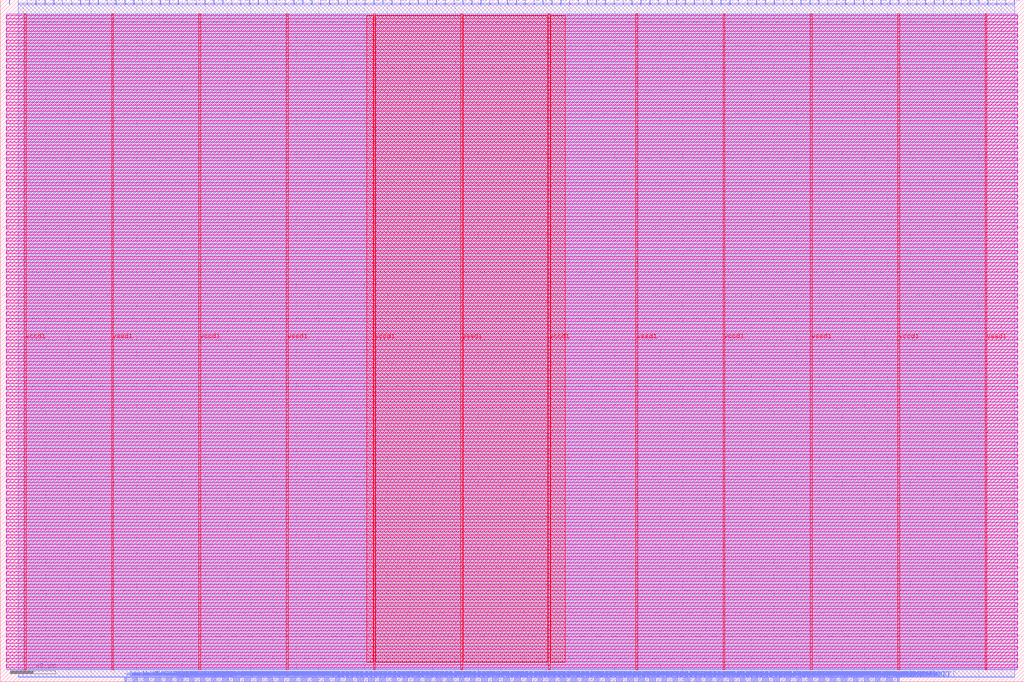
<source format=lef>
VERSION 5.7 ;
  NOWIREEXTENSIONATPIN ON ;
  DIVIDERCHAR "/" ;
  BUSBITCHARS "[]" ;
MACRO user_proj_example
  CLASS BLOCK ;
  FOREIGN user_proj_example ;
  ORIGIN 0.000 0.000 ;
  SIZE 900.000 BY 600.000 ;
  PIN io_in[0]
    DIRECTION INPUT ;
    USE SIGNAL ;
    PORT
      LAYER met2 ;
        RECT 7.910 596.000 8.190 600.000 ;
    END
  END io_in[0]
  PIN io_in[10]
    DIRECTION INPUT ;
    USE SIGNAL ;
    PORT
      LAYER met2 ;
        RECT 242.510 596.000 242.790 600.000 ;
    END
  END io_in[10]
  PIN io_in[11]
    DIRECTION INPUT ;
    USE SIGNAL ;
    PORT
      LAYER met2 ;
        RECT 265.970 596.000 266.250 600.000 ;
    END
  END io_in[11]
  PIN io_in[12]
    DIRECTION INPUT ;
    USE SIGNAL ;
    PORT
      LAYER met2 ;
        RECT 289.430 596.000 289.710 600.000 ;
    END
  END io_in[12]
  PIN io_in[13]
    DIRECTION INPUT ;
    USE SIGNAL ;
    PORT
      LAYER met2 ;
        RECT 312.890 596.000 313.170 600.000 ;
    END
  END io_in[13]
  PIN io_in[14]
    DIRECTION INPUT ;
    USE SIGNAL ;
    PORT
      LAYER met2 ;
        RECT 336.350 596.000 336.630 600.000 ;
    END
  END io_in[14]
  PIN io_in[15]
    DIRECTION INPUT ;
    USE SIGNAL ;
    PORT
      LAYER met2 ;
        RECT 359.810 596.000 360.090 600.000 ;
    END
  END io_in[15]
  PIN io_in[16]
    DIRECTION INPUT ;
    USE SIGNAL ;
    PORT
      LAYER met2 ;
        RECT 383.270 596.000 383.550 600.000 ;
    END
  END io_in[16]
  PIN io_in[17]
    DIRECTION INPUT ;
    USE SIGNAL ;
    PORT
      LAYER met2 ;
        RECT 406.730 596.000 407.010 600.000 ;
    END
  END io_in[17]
  PIN io_in[18]
    DIRECTION INPUT ;
    USE SIGNAL ;
    PORT
      LAYER met2 ;
        RECT 430.190 596.000 430.470 600.000 ;
    END
  END io_in[18]
  PIN io_in[19]
    DIRECTION INPUT ;
    USE SIGNAL ;
    PORT
      LAYER met2 ;
        RECT 453.650 596.000 453.930 600.000 ;
    END
  END io_in[19]
  PIN io_in[1]
    DIRECTION INPUT ;
    USE SIGNAL ;
    PORT
      LAYER met2 ;
        RECT 31.370 596.000 31.650 600.000 ;
    END
  END io_in[1]
  PIN io_in[20]
    DIRECTION INPUT ;
    USE SIGNAL ;
    PORT
      LAYER met2 ;
        RECT 477.110 596.000 477.390 600.000 ;
    END
  END io_in[20]
  PIN io_in[21]
    DIRECTION INPUT ;
    USE SIGNAL ;
    PORT
      LAYER met2 ;
        RECT 500.570 596.000 500.850 600.000 ;
    END
  END io_in[21]
  PIN io_in[22]
    DIRECTION INPUT ;
    USE SIGNAL ;
    PORT
      LAYER met2 ;
        RECT 524.030 596.000 524.310 600.000 ;
    END
  END io_in[22]
  PIN io_in[23]
    DIRECTION INPUT ;
    USE SIGNAL ;
    PORT
      LAYER met2 ;
        RECT 547.490 596.000 547.770 600.000 ;
    END
  END io_in[23]
  PIN io_in[24]
    DIRECTION INPUT ;
    USE SIGNAL ;
    PORT
      LAYER met2 ;
        RECT 570.950 596.000 571.230 600.000 ;
    END
  END io_in[24]
  PIN io_in[25]
    DIRECTION INPUT ;
    USE SIGNAL ;
    PORT
      LAYER met2 ;
        RECT 594.410 596.000 594.690 600.000 ;
    END
  END io_in[25]
  PIN io_in[26]
    DIRECTION INPUT ;
    USE SIGNAL ;
    PORT
      LAYER met2 ;
        RECT 617.870 596.000 618.150 600.000 ;
    END
  END io_in[26]
  PIN io_in[27]
    DIRECTION INPUT ;
    USE SIGNAL ;
    PORT
      LAYER met2 ;
        RECT 641.330 596.000 641.610 600.000 ;
    END
  END io_in[27]
  PIN io_in[28]
    DIRECTION INPUT ;
    USE SIGNAL ;
    PORT
      LAYER met2 ;
        RECT 664.790 596.000 665.070 600.000 ;
    END
  END io_in[28]
  PIN io_in[29]
    DIRECTION INPUT ;
    USE SIGNAL ;
    PORT
      LAYER met2 ;
        RECT 688.250 596.000 688.530 600.000 ;
    END
  END io_in[29]
  PIN io_in[2]
    DIRECTION INPUT ;
    USE SIGNAL ;
    PORT
      LAYER met2 ;
        RECT 54.830 596.000 55.110 600.000 ;
    END
  END io_in[2]
  PIN io_in[30]
    DIRECTION INPUT ;
    USE SIGNAL ;
    PORT
      LAYER met2 ;
        RECT 711.710 596.000 711.990 600.000 ;
    END
  END io_in[30]
  PIN io_in[31]
    DIRECTION INPUT ;
    USE SIGNAL ;
    PORT
      LAYER met2 ;
        RECT 735.170 596.000 735.450 600.000 ;
    END
  END io_in[31]
  PIN io_in[32]
    DIRECTION INPUT ;
    USE SIGNAL ;
    PORT
      LAYER met2 ;
        RECT 758.630 596.000 758.910 600.000 ;
    END
  END io_in[32]
  PIN io_in[33]
    DIRECTION INPUT ;
    USE SIGNAL ;
    PORT
      LAYER met2 ;
        RECT 782.090 596.000 782.370 600.000 ;
    END
  END io_in[33]
  PIN io_in[34]
    DIRECTION INPUT ;
    USE SIGNAL ;
    PORT
      LAYER met2 ;
        RECT 805.550 596.000 805.830 600.000 ;
    END
  END io_in[34]
  PIN io_in[35]
    DIRECTION INPUT ;
    USE SIGNAL ;
    PORT
      LAYER met2 ;
        RECT 829.010 596.000 829.290 600.000 ;
    END
  END io_in[35]
  PIN io_in[36]
    DIRECTION INPUT ;
    USE SIGNAL ;
    PORT
      LAYER met2 ;
        RECT 852.470 596.000 852.750 600.000 ;
    END
  END io_in[36]
  PIN io_in[37]
    DIRECTION INPUT ;
    USE SIGNAL ;
    PORT
      LAYER met2 ;
        RECT 875.930 596.000 876.210 600.000 ;
    END
  END io_in[37]
  PIN io_in[3]
    DIRECTION INPUT ;
    USE SIGNAL ;
    PORT
      LAYER met2 ;
        RECT 78.290 596.000 78.570 600.000 ;
    END
  END io_in[3]
  PIN io_in[4]
    DIRECTION INPUT ;
    USE SIGNAL ;
    PORT
      LAYER met2 ;
        RECT 101.750 596.000 102.030 600.000 ;
    END
  END io_in[4]
  PIN io_in[5]
    DIRECTION INPUT ;
    USE SIGNAL ;
    PORT
      LAYER met2 ;
        RECT 125.210 596.000 125.490 600.000 ;
    END
  END io_in[5]
  PIN io_in[6]
    DIRECTION INPUT ;
    USE SIGNAL ;
    PORT
      LAYER met2 ;
        RECT 148.670 596.000 148.950 600.000 ;
    END
  END io_in[6]
  PIN io_in[7]
    DIRECTION INPUT ;
    USE SIGNAL ;
    PORT
      LAYER met2 ;
        RECT 172.130 596.000 172.410 600.000 ;
    END
  END io_in[7]
  PIN io_in[8]
    DIRECTION INPUT ;
    USE SIGNAL ;
    PORT
      LAYER met2 ;
        RECT 195.590 596.000 195.870 600.000 ;
    END
  END io_in[8]
  PIN io_in[9]
    DIRECTION INPUT ;
    USE SIGNAL ;
    PORT
      LAYER met2 ;
        RECT 219.050 596.000 219.330 600.000 ;
    END
  END io_in[9]
  PIN io_oeb[0]
    DIRECTION OUTPUT TRISTATE ;
    USE SIGNAL ;
    PORT
      LAYER met2 ;
        RECT 15.730 596.000 16.010 600.000 ;
    END
  END io_oeb[0]
  PIN io_oeb[10]
    DIRECTION OUTPUT TRISTATE ;
    USE SIGNAL ;
    PORT
      LAYER met2 ;
        RECT 250.330 596.000 250.610 600.000 ;
    END
  END io_oeb[10]
  PIN io_oeb[11]
    DIRECTION OUTPUT TRISTATE ;
    USE SIGNAL ;
    PORT
      LAYER met2 ;
        RECT 273.790 596.000 274.070 600.000 ;
    END
  END io_oeb[11]
  PIN io_oeb[12]
    DIRECTION OUTPUT TRISTATE ;
    USE SIGNAL ;
    PORT
      LAYER met2 ;
        RECT 297.250 596.000 297.530 600.000 ;
    END
  END io_oeb[12]
  PIN io_oeb[13]
    DIRECTION OUTPUT TRISTATE ;
    USE SIGNAL ;
    PORT
      LAYER met2 ;
        RECT 320.710 596.000 320.990 600.000 ;
    END
  END io_oeb[13]
  PIN io_oeb[14]
    DIRECTION OUTPUT TRISTATE ;
    USE SIGNAL ;
    PORT
      LAYER met2 ;
        RECT 344.170 596.000 344.450 600.000 ;
    END
  END io_oeb[14]
  PIN io_oeb[15]
    DIRECTION OUTPUT TRISTATE ;
    USE SIGNAL ;
    PORT
      LAYER met2 ;
        RECT 367.630 596.000 367.910 600.000 ;
    END
  END io_oeb[15]
  PIN io_oeb[16]
    DIRECTION OUTPUT TRISTATE ;
    USE SIGNAL ;
    PORT
      LAYER met2 ;
        RECT 391.090 596.000 391.370 600.000 ;
    END
  END io_oeb[16]
  PIN io_oeb[17]
    DIRECTION OUTPUT TRISTATE ;
    USE SIGNAL ;
    PORT
      LAYER met2 ;
        RECT 414.550 596.000 414.830 600.000 ;
    END
  END io_oeb[17]
  PIN io_oeb[18]
    DIRECTION OUTPUT TRISTATE ;
    USE SIGNAL ;
    PORT
      LAYER met2 ;
        RECT 438.010 596.000 438.290 600.000 ;
    END
  END io_oeb[18]
  PIN io_oeb[19]
    DIRECTION OUTPUT TRISTATE ;
    USE SIGNAL ;
    PORT
      LAYER met2 ;
        RECT 461.470 596.000 461.750 600.000 ;
    END
  END io_oeb[19]
  PIN io_oeb[1]
    DIRECTION OUTPUT TRISTATE ;
    USE SIGNAL ;
    PORT
      LAYER met2 ;
        RECT 39.190 596.000 39.470 600.000 ;
    END
  END io_oeb[1]
  PIN io_oeb[20]
    DIRECTION OUTPUT TRISTATE ;
    USE SIGNAL ;
    PORT
      LAYER met2 ;
        RECT 484.930 596.000 485.210 600.000 ;
    END
  END io_oeb[20]
  PIN io_oeb[21]
    DIRECTION OUTPUT TRISTATE ;
    USE SIGNAL ;
    PORT
      LAYER met2 ;
        RECT 508.390 596.000 508.670 600.000 ;
    END
  END io_oeb[21]
  PIN io_oeb[22]
    DIRECTION OUTPUT TRISTATE ;
    USE SIGNAL ;
    PORT
      LAYER met2 ;
        RECT 531.850 596.000 532.130 600.000 ;
    END
  END io_oeb[22]
  PIN io_oeb[23]
    DIRECTION OUTPUT TRISTATE ;
    USE SIGNAL ;
    PORT
      LAYER met2 ;
        RECT 555.310 596.000 555.590 600.000 ;
    END
  END io_oeb[23]
  PIN io_oeb[24]
    DIRECTION OUTPUT TRISTATE ;
    USE SIGNAL ;
    PORT
      LAYER met2 ;
        RECT 578.770 596.000 579.050 600.000 ;
    END
  END io_oeb[24]
  PIN io_oeb[25]
    DIRECTION OUTPUT TRISTATE ;
    USE SIGNAL ;
    PORT
      LAYER met2 ;
        RECT 602.230 596.000 602.510 600.000 ;
    END
  END io_oeb[25]
  PIN io_oeb[26]
    DIRECTION OUTPUT TRISTATE ;
    USE SIGNAL ;
    PORT
      LAYER met2 ;
        RECT 625.690 596.000 625.970 600.000 ;
    END
  END io_oeb[26]
  PIN io_oeb[27]
    DIRECTION OUTPUT TRISTATE ;
    USE SIGNAL ;
    PORT
      LAYER met2 ;
        RECT 649.150 596.000 649.430 600.000 ;
    END
  END io_oeb[27]
  PIN io_oeb[28]
    DIRECTION OUTPUT TRISTATE ;
    USE SIGNAL ;
    PORT
      LAYER met2 ;
        RECT 672.610 596.000 672.890 600.000 ;
    END
  END io_oeb[28]
  PIN io_oeb[29]
    DIRECTION OUTPUT TRISTATE ;
    USE SIGNAL ;
    PORT
      LAYER met2 ;
        RECT 696.070 596.000 696.350 600.000 ;
    END
  END io_oeb[29]
  PIN io_oeb[2]
    DIRECTION OUTPUT TRISTATE ;
    USE SIGNAL ;
    PORT
      LAYER met2 ;
        RECT 62.650 596.000 62.930 600.000 ;
    END
  END io_oeb[2]
  PIN io_oeb[30]
    DIRECTION OUTPUT TRISTATE ;
    USE SIGNAL ;
    PORT
      LAYER met2 ;
        RECT 719.530 596.000 719.810 600.000 ;
    END
  END io_oeb[30]
  PIN io_oeb[31]
    DIRECTION OUTPUT TRISTATE ;
    USE SIGNAL ;
    PORT
      LAYER met2 ;
        RECT 742.990 596.000 743.270 600.000 ;
    END
  END io_oeb[31]
  PIN io_oeb[32]
    DIRECTION OUTPUT TRISTATE ;
    USE SIGNAL ;
    PORT
      LAYER met2 ;
        RECT 766.450 596.000 766.730 600.000 ;
    END
  END io_oeb[32]
  PIN io_oeb[33]
    DIRECTION OUTPUT TRISTATE ;
    USE SIGNAL ;
    PORT
      LAYER met2 ;
        RECT 789.910 596.000 790.190 600.000 ;
    END
  END io_oeb[33]
  PIN io_oeb[34]
    DIRECTION OUTPUT TRISTATE ;
    USE SIGNAL ;
    PORT
      LAYER met2 ;
        RECT 813.370 596.000 813.650 600.000 ;
    END
  END io_oeb[34]
  PIN io_oeb[35]
    DIRECTION OUTPUT TRISTATE ;
    USE SIGNAL ;
    PORT
      LAYER met2 ;
        RECT 836.830 596.000 837.110 600.000 ;
    END
  END io_oeb[35]
  PIN io_oeb[36]
    DIRECTION OUTPUT TRISTATE ;
    USE SIGNAL ;
    PORT
      LAYER met2 ;
        RECT 860.290 596.000 860.570 600.000 ;
    END
  END io_oeb[36]
  PIN io_oeb[37]
    DIRECTION OUTPUT TRISTATE ;
    USE SIGNAL ;
    PORT
      LAYER met2 ;
        RECT 883.750 596.000 884.030 600.000 ;
    END
  END io_oeb[37]
  PIN io_oeb[3]
    DIRECTION OUTPUT TRISTATE ;
    USE SIGNAL ;
    PORT
      LAYER met2 ;
        RECT 86.110 596.000 86.390 600.000 ;
    END
  END io_oeb[3]
  PIN io_oeb[4]
    DIRECTION OUTPUT TRISTATE ;
    USE SIGNAL ;
    PORT
      LAYER met2 ;
        RECT 109.570 596.000 109.850 600.000 ;
    END
  END io_oeb[4]
  PIN io_oeb[5]
    DIRECTION OUTPUT TRISTATE ;
    USE SIGNAL ;
    PORT
      LAYER met2 ;
        RECT 133.030 596.000 133.310 600.000 ;
    END
  END io_oeb[5]
  PIN io_oeb[6]
    DIRECTION OUTPUT TRISTATE ;
    USE SIGNAL ;
    PORT
      LAYER met2 ;
        RECT 156.490 596.000 156.770 600.000 ;
    END
  END io_oeb[6]
  PIN io_oeb[7]
    DIRECTION OUTPUT TRISTATE ;
    USE SIGNAL ;
    PORT
      LAYER met2 ;
        RECT 179.950 596.000 180.230 600.000 ;
    END
  END io_oeb[7]
  PIN io_oeb[8]
    DIRECTION OUTPUT TRISTATE ;
    USE SIGNAL ;
    PORT
      LAYER met2 ;
        RECT 203.410 596.000 203.690 600.000 ;
    END
  END io_oeb[8]
  PIN io_oeb[9]
    DIRECTION OUTPUT TRISTATE ;
    USE SIGNAL ;
    PORT
      LAYER met2 ;
        RECT 226.870 596.000 227.150 600.000 ;
    END
  END io_oeb[9]
  PIN io_out[0]
    DIRECTION OUTPUT TRISTATE ;
    USE SIGNAL ;
    PORT
      LAYER met2 ;
        RECT 23.550 596.000 23.830 600.000 ;
    END
  END io_out[0]
  PIN io_out[10]
    DIRECTION OUTPUT TRISTATE ;
    USE SIGNAL ;
    PORT
      LAYER met2 ;
        RECT 258.150 596.000 258.430 600.000 ;
    END
  END io_out[10]
  PIN io_out[11]
    DIRECTION OUTPUT TRISTATE ;
    USE SIGNAL ;
    PORT
      LAYER met2 ;
        RECT 281.610 596.000 281.890 600.000 ;
    END
  END io_out[11]
  PIN io_out[12]
    DIRECTION OUTPUT TRISTATE ;
    USE SIGNAL ;
    PORT
      LAYER met2 ;
        RECT 305.070 596.000 305.350 600.000 ;
    END
  END io_out[12]
  PIN io_out[13]
    DIRECTION OUTPUT TRISTATE ;
    USE SIGNAL ;
    PORT
      LAYER met2 ;
        RECT 328.530 596.000 328.810 600.000 ;
    END
  END io_out[13]
  PIN io_out[14]
    DIRECTION OUTPUT TRISTATE ;
    USE SIGNAL ;
    PORT
      LAYER met2 ;
        RECT 351.990 596.000 352.270 600.000 ;
    END
  END io_out[14]
  PIN io_out[15]
    DIRECTION OUTPUT TRISTATE ;
    USE SIGNAL ;
    PORT
      LAYER met2 ;
        RECT 375.450 596.000 375.730 600.000 ;
    END
  END io_out[15]
  PIN io_out[16]
    DIRECTION OUTPUT TRISTATE ;
    USE SIGNAL ;
    PORT
      LAYER met2 ;
        RECT 398.910 596.000 399.190 600.000 ;
    END
  END io_out[16]
  PIN io_out[17]
    DIRECTION OUTPUT TRISTATE ;
    USE SIGNAL ;
    PORT
      LAYER met2 ;
        RECT 422.370 596.000 422.650 600.000 ;
    END
  END io_out[17]
  PIN io_out[18]
    DIRECTION OUTPUT TRISTATE ;
    USE SIGNAL ;
    PORT
      LAYER met2 ;
        RECT 445.830 596.000 446.110 600.000 ;
    END
  END io_out[18]
  PIN io_out[19]
    DIRECTION OUTPUT TRISTATE ;
    USE SIGNAL ;
    PORT
      LAYER met2 ;
        RECT 469.290 596.000 469.570 600.000 ;
    END
  END io_out[19]
  PIN io_out[1]
    DIRECTION OUTPUT TRISTATE ;
    USE SIGNAL ;
    PORT
      LAYER met2 ;
        RECT 47.010 596.000 47.290 600.000 ;
    END
  END io_out[1]
  PIN io_out[20]
    DIRECTION OUTPUT TRISTATE ;
    USE SIGNAL ;
    PORT
      LAYER met2 ;
        RECT 492.750 596.000 493.030 600.000 ;
    END
  END io_out[20]
  PIN io_out[21]
    DIRECTION OUTPUT TRISTATE ;
    USE SIGNAL ;
    PORT
      LAYER met2 ;
        RECT 516.210 596.000 516.490 600.000 ;
    END
  END io_out[21]
  PIN io_out[22]
    DIRECTION OUTPUT TRISTATE ;
    USE SIGNAL ;
    PORT
      LAYER met2 ;
        RECT 539.670 596.000 539.950 600.000 ;
    END
  END io_out[22]
  PIN io_out[23]
    DIRECTION OUTPUT TRISTATE ;
    USE SIGNAL ;
    PORT
      LAYER met2 ;
        RECT 563.130 596.000 563.410 600.000 ;
    END
  END io_out[23]
  PIN io_out[24]
    DIRECTION OUTPUT TRISTATE ;
    USE SIGNAL ;
    PORT
      LAYER met2 ;
        RECT 586.590 596.000 586.870 600.000 ;
    END
  END io_out[24]
  PIN io_out[25]
    DIRECTION OUTPUT TRISTATE ;
    USE SIGNAL ;
    PORT
      LAYER met2 ;
        RECT 610.050 596.000 610.330 600.000 ;
    END
  END io_out[25]
  PIN io_out[26]
    DIRECTION OUTPUT TRISTATE ;
    USE SIGNAL ;
    PORT
      LAYER met2 ;
        RECT 633.510 596.000 633.790 600.000 ;
    END
  END io_out[26]
  PIN io_out[27]
    DIRECTION OUTPUT TRISTATE ;
    USE SIGNAL ;
    PORT
      LAYER met2 ;
        RECT 656.970 596.000 657.250 600.000 ;
    END
  END io_out[27]
  PIN io_out[28]
    DIRECTION OUTPUT TRISTATE ;
    USE SIGNAL ;
    PORT
      LAYER met2 ;
        RECT 680.430 596.000 680.710 600.000 ;
    END
  END io_out[28]
  PIN io_out[29]
    DIRECTION OUTPUT TRISTATE ;
    USE SIGNAL ;
    PORT
      LAYER met2 ;
        RECT 703.890 596.000 704.170 600.000 ;
    END
  END io_out[29]
  PIN io_out[2]
    DIRECTION OUTPUT TRISTATE ;
    USE SIGNAL ;
    PORT
      LAYER met2 ;
        RECT 70.470 596.000 70.750 600.000 ;
    END
  END io_out[2]
  PIN io_out[30]
    DIRECTION OUTPUT TRISTATE ;
    USE SIGNAL ;
    PORT
      LAYER met2 ;
        RECT 727.350 596.000 727.630 600.000 ;
    END
  END io_out[30]
  PIN io_out[31]
    DIRECTION OUTPUT TRISTATE ;
    USE SIGNAL ;
    PORT
      LAYER met2 ;
        RECT 750.810 596.000 751.090 600.000 ;
    END
  END io_out[31]
  PIN io_out[32]
    DIRECTION OUTPUT TRISTATE ;
    USE SIGNAL ;
    PORT
      LAYER met2 ;
        RECT 774.270 596.000 774.550 600.000 ;
    END
  END io_out[32]
  PIN io_out[33]
    DIRECTION OUTPUT TRISTATE ;
    USE SIGNAL ;
    PORT
      LAYER met2 ;
        RECT 797.730 596.000 798.010 600.000 ;
    END
  END io_out[33]
  PIN io_out[34]
    DIRECTION OUTPUT TRISTATE ;
    USE SIGNAL ;
    PORT
      LAYER met2 ;
        RECT 821.190 596.000 821.470 600.000 ;
    END
  END io_out[34]
  PIN io_out[35]
    DIRECTION OUTPUT TRISTATE ;
    USE SIGNAL ;
    PORT
      LAYER met2 ;
        RECT 844.650 596.000 844.930 600.000 ;
    END
  END io_out[35]
  PIN io_out[36]
    DIRECTION OUTPUT TRISTATE ;
    USE SIGNAL ;
    PORT
      LAYER met2 ;
        RECT 868.110 596.000 868.390 600.000 ;
    END
  END io_out[36]
  PIN io_out[37]
    DIRECTION OUTPUT TRISTATE ;
    USE SIGNAL ;
    PORT
      LAYER met2 ;
        RECT 891.570 596.000 891.850 600.000 ;
    END
  END io_out[37]
  PIN io_out[3]
    DIRECTION OUTPUT TRISTATE ;
    USE SIGNAL ;
    PORT
      LAYER met2 ;
        RECT 93.930 596.000 94.210 600.000 ;
    END
  END io_out[3]
  PIN io_out[4]
    DIRECTION OUTPUT TRISTATE ;
    USE SIGNAL ;
    PORT
      LAYER met2 ;
        RECT 117.390 596.000 117.670 600.000 ;
    END
  END io_out[4]
  PIN io_out[5]
    DIRECTION OUTPUT TRISTATE ;
    USE SIGNAL ;
    PORT
      LAYER met2 ;
        RECT 140.850 596.000 141.130 600.000 ;
    END
  END io_out[5]
  PIN io_out[6]
    DIRECTION OUTPUT TRISTATE ;
    USE SIGNAL ;
    PORT
      LAYER met2 ;
        RECT 164.310 596.000 164.590 600.000 ;
    END
  END io_out[6]
  PIN io_out[7]
    DIRECTION OUTPUT TRISTATE ;
    USE SIGNAL ;
    PORT
      LAYER met2 ;
        RECT 187.770 596.000 188.050 600.000 ;
    END
  END io_out[7]
  PIN io_out[8]
    DIRECTION OUTPUT TRISTATE ;
    USE SIGNAL ;
    PORT
      LAYER met2 ;
        RECT 211.230 596.000 211.510 600.000 ;
    END
  END io_out[8]
  PIN io_out[9]
    DIRECTION OUTPUT TRISTATE ;
    USE SIGNAL ;
    PORT
      LAYER met2 ;
        RECT 234.690 596.000 234.970 600.000 ;
    END
  END io_out[9]
  PIN irq[0]
    DIRECTION OUTPUT TRISTATE ;
    USE SIGNAL ;
    PORT
      LAYER met2 ;
        RECT 787.150 0.000 787.430 4.000 ;
    END
  END irq[0]
  PIN irq[1]
    DIRECTION OUTPUT TRISTATE ;
    USE SIGNAL ;
    PORT
      LAYER met2 ;
        RECT 788.530 0.000 788.810 4.000 ;
    END
  END irq[1]
  PIN irq[2]
    DIRECTION OUTPUT TRISTATE ;
    USE SIGNAL ;
    PORT
      LAYER met2 ;
        RECT 789.910 0.000 790.190 4.000 ;
    END
  END irq[2]
  PIN la_data_in[0]
    DIRECTION INPUT ;
    USE SIGNAL ;
    PORT
      LAYER met2 ;
        RECT 255.850 0.000 256.130 4.000 ;
    END
  END la_data_in[0]
  PIN la_data_in[100]
    DIRECTION INPUT ;
    USE SIGNAL ;
    PORT
      LAYER met2 ;
        RECT 669.850 0.000 670.130 4.000 ;
    END
  END la_data_in[100]
  PIN la_data_in[101]
    DIRECTION INPUT ;
    USE SIGNAL ;
    PORT
      LAYER met2 ;
        RECT 673.990 0.000 674.270 4.000 ;
    END
  END la_data_in[101]
  PIN la_data_in[102]
    DIRECTION INPUT ;
    USE SIGNAL ;
    PORT
      LAYER met2 ;
        RECT 678.130 0.000 678.410 4.000 ;
    END
  END la_data_in[102]
  PIN la_data_in[103]
    DIRECTION INPUT ;
    USE SIGNAL ;
    PORT
      LAYER met2 ;
        RECT 682.270 0.000 682.550 4.000 ;
    END
  END la_data_in[103]
  PIN la_data_in[104]
    DIRECTION INPUT ;
    USE SIGNAL ;
    PORT
      LAYER met2 ;
        RECT 686.410 0.000 686.690 4.000 ;
    END
  END la_data_in[104]
  PIN la_data_in[105]
    DIRECTION INPUT ;
    USE SIGNAL ;
    PORT
      LAYER met2 ;
        RECT 690.550 0.000 690.830 4.000 ;
    END
  END la_data_in[105]
  PIN la_data_in[106]
    DIRECTION INPUT ;
    USE SIGNAL ;
    PORT
      LAYER met2 ;
        RECT 694.690 0.000 694.970 4.000 ;
    END
  END la_data_in[106]
  PIN la_data_in[107]
    DIRECTION INPUT ;
    USE SIGNAL ;
    PORT
      LAYER met2 ;
        RECT 698.830 0.000 699.110 4.000 ;
    END
  END la_data_in[107]
  PIN la_data_in[108]
    DIRECTION INPUT ;
    USE SIGNAL ;
    PORT
      LAYER met2 ;
        RECT 702.970 0.000 703.250 4.000 ;
    END
  END la_data_in[108]
  PIN la_data_in[109]
    DIRECTION INPUT ;
    USE SIGNAL ;
    PORT
      LAYER met2 ;
        RECT 707.110 0.000 707.390 4.000 ;
    END
  END la_data_in[109]
  PIN la_data_in[10]
    DIRECTION INPUT ;
    USE SIGNAL ;
    PORT
      LAYER met2 ;
        RECT 297.250 0.000 297.530 4.000 ;
    END
  END la_data_in[10]
  PIN la_data_in[110]
    DIRECTION INPUT ;
    USE SIGNAL ;
    PORT
      LAYER met2 ;
        RECT 711.250 0.000 711.530 4.000 ;
    END
  END la_data_in[110]
  PIN la_data_in[111]
    DIRECTION INPUT ;
    USE SIGNAL ;
    PORT
      LAYER met2 ;
        RECT 715.390 0.000 715.670 4.000 ;
    END
  END la_data_in[111]
  PIN la_data_in[112]
    DIRECTION INPUT ;
    USE SIGNAL ;
    PORT
      LAYER met2 ;
        RECT 719.530 0.000 719.810 4.000 ;
    END
  END la_data_in[112]
  PIN la_data_in[113]
    DIRECTION INPUT ;
    USE SIGNAL ;
    PORT
      LAYER met2 ;
        RECT 723.670 0.000 723.950 4.000 ;
    END
  END la_data_in[113]
  PIN la_data_in[114]
    DIRECTION INPUT ;
    USE SIGNAL ;
    PORT
      LAYER met2 ;
        RECT 727.810 0.000 728.090 4.000 ;
    END
  END la_data_in[114]
  PIN la_data_in[115]
    DIRECTION INPUT ;
    USE SIGNAL ;
    PORT
      LAYER met2 ;
        RECT 731.950 0.000 732.230 4.000 ;
    END
  END la_data_in[115]
  PIN la_data_in[116]
    DIRECTION INPUT ;
    USE SIGNAL ;
    PORT
      LAYER met2 ;
        RECT 736.090 0.000 736.370 4.000 ;
    END
  END la_data_in[116]
  PIN la_data_in[117]
    DIRECTION INPUT ;
    USE SIGNAL ;
    PORT
      LAYER met2 ;
        RECT 740.230 0.000 740.510 4.000 ;
    END
  END la_data_in[117]
  PIN la_data_in[118]
    DIRECTION INPUT ;
    USE SIGNAL ;
    PORT
      LAYER met2 ;
        RECT 744.370 0.000 744.650 4.000 ;
    END
  END la_data_in[118]
  PIN la_data_in[119]
    DIRECTION INPUT ;
    USE SIGNAL ;
    PORT
      LAYER met2 ;
        RECT 748.510 0.000 748.790 4.000 ;
    END
  END la_data_in[119]
  PIN la_data_in[11]
    DIRECTION INPUT ;
    USE SIGNAL ;
    PORT
      LAYER met2 ;
        RECT 301.390 0.000 301.670 4.000 ;
    END
  END la_data_in[11]
  PIN la_data_in[120]
    DIRECTION INPUT ;
    USE SIGNAL ;
    PORT
      LAYER met2 ;
        RECT 752.650 0.000 752.930 4.000 ;
    END
  END la_data_in[120]
  PIN la_data_in[121]
    DIRECTION INPUT ;
    USE SIGNAL ;
    PORT
      LAYER met2 ;
        RECT 756.790 0.000 757.070 4.000 ;
    END
  END la_data_in[121]
  PIN la_data_in[122]
    DIRECTION INPUT ;
    USE SIGNAL ;
    PORT
      LAYER met2 ;
        RECT 760.930 0.000 761.210 4.000 ;
    END
  END la_data_in[122]
  PIN la_data_in[123]
    DIRECTION INPUT ;
    USE SIGNAL ;
    PORT
      LAYER met2 ;
        RECT 765.070 0.000 765.350 4.000 ;
    END
  END la_data_in[123]
  PIN la_data_in[124]
    DIRECTION INPUT ;
    USE SIGNAL ;
    PORT
      LAYER met2 ;
        RECT 769.210 0.000 769.490 4.000 ;
    END
  END la_data_in[124]
  PIN la_data_in[125]
    DIRECTION INPUT ;
    USE SIGNAL ;
    PORT
      LAYER met2 ;
        RECT 773.350 0.000 773.630 4.000 ;
    END
  END la_data_in[125]
  PIN la_data_in[126]
    DIRECTION INPUT ;
    USE SIGNAL ;
    PORT
      LAYER met2 ;
        RECT 777.490 0.000 777.770 4.000 ;
    END
  END la_data_in[126]
  PIN la_data_in[127]
    DIRECTION INPUT ;
    USE SIGNAL ;
    PORT
      LAYER met2 ;
        RECT 781.630 0.000 781.910 4.000 ;
    END
  END la_data_in[127]
  PIN la_data_in[12]
    DIRECTION INPUT ;
    USE SIGNAL ;
    PORT
      LAYER met2 ;
        RECT 305.530 0.000 305.810 4.000 ;
    END
  END la_data_in[12]
  PIN la_data_in[13]
    DIRECTION INPUT ;
    USE SIGNAL ;
    PORT
      LAYER met2 ;
        RECT 309.670 0.000 309.950 4.000 ;
    END
  END la_data_in[13]
  PIN la_data_in[14]
    DIRECTION INPUT ;
    USE SIGNAL ;
    PORT
      LAYER met2 ;
        RECT 313.810 0.000 314.090 4.000 ;
    END
  END la_data_in[14]
  PIN la_data_in[15]
    DIRECTION INPUT ;
    USE SIGNAL ;
    PORT
      LAYER met2 ;
        RECT 317.950 0.000 318.230 4.000 ;
    END
  END la_data_in[15]
  PIN la_data_in[16]
    DIRECTION INPUT ;
    USE SIGNAL ;
    PORT
      LAYER met2 ;
        RECT 322.090 0.000 322.370 4.000 ;
    END
  END la_data_in[16]
  PIN la_data_in[17]
    DIRECTION INPUT ;
    USE SIGNAL ;
    PORT
      LAYER met2 ;
        RECT 326.230 0.000 326.510 4.000 ;
    END
  END la_data_in[17]
  PIN la_data_in[18]
    DIRECTION INPUT ;
    USE SIGNAL ;
    PORT
      LAYER met2 ;
        RECT 330.370 0.000 330.650 4.000 ;
    END
  END la_data_in[18]
  PIN la_data_in[19]
    DIRECTION INPUT ;
    USE SIGNAL ;
    PORT
      LAYER met2 ;
        RECT 334.510 0.000 334.790 4.000 ;
    END
  END la_data_in[19]
  PIN la_data_in[1]
    DIRECTION INPUT ;
    USE SIGNAL ;
    PORT
      LAYER met2 ;
        RECT 259.990 0.000 260.270 4.000 ;
    END
  END la_data_in[1]
  PIN la_data_in[20]
    DIRECTION INPUT ;
    USE SIGNAL ;
    PORT
      LAYER met2 ;
        RECT 338.650 0.000 338.930 4.000 ;
    END
  END la_data_in[20]
  PIN la_data_in[21]
    DIRECTION INPUT ;
    USE SIGNAL ;
    PORT
      LAYER met2 ;
        RECT 342.790 0.000 343.070 4.000 ;
    END
  END la_data_in[21]
  PIN la_data_in[22]
    DIRECTION INPUT ;
    USE SIGNAL ;
    PORT
      LAYER met2 ;
        RECT 346.930 0.000 347.210 4.000 ;
    END
  END la_data_in[22]
  PIN la_data_in[23]
    DIRECTION INPUT ;
    USE SIGNAL ;
    PORT
      LAYER met2 ;
        RECT 351.070 0.000 351.350 4.000 ;
    END
  END la_data_in[23]
  PIN la_data_in[24]
    DIRECTION INPUT ;
    USE SIGNAL ;
    PORT
      LAYER met2 ;
        RECT 355.210 0.000 355.490 4.000 ;
    END
  END la_data_in[24]
  PIN la_data_in[25]
    DIRECTION INPUT ;
    USE SIGNAL ;
    PORT
      LAYER met2 ;
        RECT 359.350 0.000 359.630 4.000 ;
    END
  END la_data_in[25]
  PIN la_data_in[26]
    DIRECTION INPUT ;
    USE SIGNAL ;
    PORT
      LAYER met2 ;
        RECT 363.490 0.000 363.770 4.000 ;
    END
  END la_data_in[26]
  PIN la_data_in[27]
    DIRECTION INPUT ;
    USE SIGNAL ;
    PORT
      LAYER met2 ;
        RECT 367.630 0.000 367.910 4.000 ;
    END
  END la_data_in[27]
  PIN la_data_in[28]
    DIRECTION INPUT ;
    USE SIGNAL ;
    PORT
      LAYER met2 ;
        RECT 371.770 0.000 372.050 4.000 ;
    END
  END la_data_in[28]
  PIN la_data_in[29]
    DIRECTION INPUT ;
    USE SIGNAL ;
    PORT
      LAYER met2 ;
        RECT 375.910 0.000 376.190 4.000 ;
    END
  END la_data_in[29]
  PIN la_data_in[2]
    DIRECTION INPUT ;
    USE SIGNAL ;
    PORT
      LAYER met2 ;
        RECT 264.130 0.000 264.410 4.000 ;
    END
  END la_data_in[2]
  PIN la_data_in[30]
    DIRECTION INPUT ;
    USE SIGNAL ;
    PORT
      LAYER met2 ;
        RECT 380.050 0.000 380.330 4.000 ;
    END
  END la_data_in[30]
  PIN la_data_in[31]
    DIRECTION INPUT ;
    USE SIGNAL ;
    PORT
      LAYER met2 ;
        RECT 384.190 0.000 384.470 4.000 ;
    END
  END la_data_in[31]
  PIN la_data_in[32]
    DIRECTION INPUT ;
    USE SIGNAL ;
    PORT
      LAYER met2 ;
        RECT 388.330 0.000 388.610 4.000 ;
    END
  END la_data_in[32]
  PIN la_data_in[33]
    DIRECTION INPUT ;
    USE SIGNAL ;
    PORT
      LAYER met2 ;
        RECT 392.470 0.000 392.750 4.000 ;
    END
  END la_data_in[33]
  PIN la_data_in[34]
    DIRECTION INPUT ;
    USE SIGNAL ;
    PORT
      LAYER met2 ;
        RECT 396.610 0.000 396.890 4.000 ;
    END
  END la_data_in[34]
  PIN la_data_in[35]
    DIRECTION INPUT ;
    USE SIGNAL ;
    PORT
      LAYER met2 ;
        RECT 400.750 0.000 401.030 4.000 ;
    END
  END la_data_in[35]
  PIN la_data_in[36]
    DIRECTION INPUT ;
    USE SIGNAL ;
    PORT
      LAYER met2 ;
        RECT 404.890 0.000 405.170 4.000 ;
    END
  END la_data_in[36]
  PIN la_data_in[37]
    DIRECTION INPUT ;
    USE SIGNAL ;
    PORT
      LAYER met2 ;
        RECT 409.030 0.000 409.310 4.000 ;
    END
  END la_data_in[37]
  PIN la_data_in[38]
    DIRECTION INPUT ;
    USE SIGNAL ;
    PORT
      LAYER met2 ;
        RECT 413.170 0.000 413.450 4.000 ;
    END
  END la_data_in[38]
  PIN la_data_in[39]
    DIRECTION INPUT ;
    USE SIGNAL ;
    PORT
      LAYER met2 ;
        RECT 417.310 0.000 417.590 4.000 ;
    END
  END la_data_in[39]
  PIN la_data_in[3]
    DIRECTION INPUT ;
    USE SIGNAL ;
    PORT
      LAYER met2 ;
        RECT 268.270 0.000 268.550 4.000 ;
    END
  END la_data_in[3]
  PIN la_data_in[40]
    DIRECTION INPUT ;
    USE SIGNAL ;
    PORT
      LAYER met2 ;
        RECT 421.450 0.000 421.730 4.000 ;
    END
  END la_data_in[40]
  PIN la_data_in[41]
    DIRECTION INPUT ;
    USE SIGNAL ;
    PORT
      LAYER met2 ;
        RECT 425.590 0.000 425.870 4.000 ;
    END
  END la_data_in[41]
  PIN la_data_in[42]
    DIRECTION INPUT ;
    USE SIGNAL ;
    PORT
      LAYER met2 ;
        RECT 429.730 0.000 430.010 4.000 ;
    END
  END la_data_in[42]
  PIN la_data_in[43]
    DIRECTION INPUT ;
    USE SIGNAL ;
    PORT
      LAYER met2 ;
        RECT 433.870 0.000 434.150 4.000 ;
    END
  END la_data_in[43]
  PIN la_data_in[44]
    DIRECTION INPUT ;
    USE SIGNAL ;
    PORT
      LAYER met2 ;
        RECT 438.010 0.000 438.290 4.000 ;
    END
  END la_data_in[44]
  PIN la_data_in[45]
    DIRECTION INPUT ;
    USE SIGNAL ;
    PORT
      LAYER met2 ;
        RECT 442.150 0.000 442.430 4.000 ;
    END
  END la_data_in[45]
  PIN la_data_in[46]
    DIRECTION INPUT ;
    USE SIGNAL ;
    PORT
      LAYER met2 ;
        RECT 446.290 0.000 446.570 4.000 ;
    END
  END la_data_in[46]
  PIN la_data_in[47]
    DIRECTION INPUT ;
    USE SIGNAL ;
    PORT
      LAYER met2 ;
        RECT 450.430 0.000 450.710 4.000 ;
    END
  END la_data_in[47]
  PIN la_data_in[48]
    DIRECTION INPUT ;
    USE SIGNAL ;
    PORT
      LAYER met2 ;
        RECT 454.570 0.000 454.850 4.000 ;
    END
  END la_data_in[48]
  PIN la_data_in[49]
    DIRECTION INPUT ;
    USE SIGNAL ;
    PORT
      LAYER met2 ;
        RECT 458.710 0.000 458.990 4.000 ;
    END
  END la_data_in[49]
  PIN la_data_in[4]
    DIRECTION INPUT ;
    USE SIGNAL ;
    PORT
      LAYER met2 ;
        RECT 272.410 0.000 272.690 4.000 ;
    END
  END la_data_in[4]
  PIN la_data_in[50]
    DIRECTION INPUT ;
    USE SIGNAL ;
    PORT
      LAYER met2 ;
        RECT 462.850 0.000 463.130 4.000 ;
    END
  END la_data_in[50]
  PIN la_data_in[51]
    DIRECTION INPUT ;
    USE SIGNAL ;
    PORT
      LAYER met2 ;
        RECT 466.990 0.000 467.270 4.000 ;
    END
  END la_data_in[51]
  PIN la_data_in[52]
    DIRECTION INPUT ;
    USE SIGNAL ;
    PORT
      LAYER met2 ;
        RECT 471.130 0.000 471.410 4.000 ;
    END
  END la_data_in[52]
  PIN la_data_in[53]
    DIRECTION INPUT ;
    USE SIGNAL ;
    PORT
      LAYER met2 ;
        RECT 475.270 0.000 475.550 4.000 ;
    END
  END la_data_in[53]
  PIN la_data_in[54]
    DIRECTION INPUT ;
    USE SIGNAL ;
    PORT
      LAYER met2 ;
        RECT 479.410 0.000 479.690 4.000 ;
    END
  END la_data_in[54]
  PIN la_data_in[55]
    DIRECTION INPUT ;
    USE SIGNAL ;
    PORT
      LAYER met2 ;
        RECT 483.550 0.000 483.830 4.000 ;
    END
  END la_data_in[55]
  PIN la_data_in[56]
    DIRECTION INPUT ;
    USE SIGNAL ;
    PORT
      LAYER met2 ;
        RECT 487.690 0.000 487.970 4.000 ;
    END
  END la_data_in[56]
  PIN la_data_in[57]
    DIRECTION INPUT ;
    USE SIGNAL ;
    PORT
      LAYER met2 ;
        RECT 491.830 0.000 492.110 4.000 ;
    END
  END la_data_in[57]
  PIN la_data_in[58]
    DIRECTION INPUT ;
    USE SIGNAL ;
    PORT
      LAYER met2 ;
        RECT 495.970 0.000 496.250 4.000 ;
    END
  END la_data_in[58]
  PIN la_data_in[59]
    DIRECTION INPUT ;
    USE SIGNAL ;
    PORT
      LAYER met2 ;
        RECT 500.110 0.000 500.390 4.000 ;
    END
  END la_data_in[59]
  PIN la_data_in[5]
    DIRECTION INPUT ;
    USE SIGNAL ;
    PORT
      LAYER met2 ;
        RECT 276.550 0.000 276.830 4.000 ;
    END
  END la_data_in[5]
  PIN la_data_in[60]
    DIRECTION INPUT ;
    USE SIGNAL ;
    PORT
      LAYER met2 ;
        RECT 504.250 0.000 504.530 4.000 ;
    END
  END la_data_in[60]
  PIN la_data_in[61]
    DIRECTION INPUT ;
    USE SIGNAL ;
    PORT
      LAYER met2 ;
        RECT 508.390 0.000 508.670 4.000 ;
    END
  END la_data_in[61]
  PIN la_data_in[62]
    DIRECTION INPUT ;
    USE SIGNAL ;
    PORT
      LAYER met2 ;
        RECT 512.530 0.000 512.810 4.000 ;
    END
  END la_data_in[62]
  PIN la_data_in[63]
    DIRECTION INPUT ;
    USE SIGNAL ;
    PORT
      LAYER met2 ;
        RECT 516.670 0.000 516.950 4.000 ;
    END
  END la_data_in[63]
  PIN la_data_in[64]
    DIRECTION INPUT ;
    USE SIGNAL ;
    PORT
      LAYER met2 ;
        RECT 520.810 0.000 521.090 4.000 ;
    END
  END la_data_in[64]
  PIN la_data_in[65]
    DIRECTION INPUT ;
    USE SIGNAL ;
    PORT
      LAYER met2 ;
        RECT 524.950 0.000 525.230 4.000 ;
    END
  END la_data_in[65]
  PIN la_data_in[66]
    DIRECTION INPUT ;
    USE SIGNAL ;
    PORT
      LAYER met2 ;
        RECT 529.090 0.000 529.370 4.000 ;
    END
  END la_data_in[66]
  PIN la_data_in[67]
    DIRECTION INPUT ;
    USE SIGNAL ;
    PORT
      LAYER met2 ;
        RECT 533.230 0.000 533.510 4.000 ;
    END
  END la_data_in[67]
  PIN la_data_in[68]
    DIRECTION INPUT ;
    USE SIGNAL ;
    PORT
      LAYER met2 ;
        RECT 537.370 0.000 537.650 4.000 ;
    END
  END la_data_in[68]
  PIN la_data_in[69]
    DIRECTION INPUT ;
    USE SIGNAL ;
    PORT
      LAYER met2 ;
        RECT 541.510 0.000 541.790 4.000 ;
    END
  END la_data_in[69]
  PIN la_data_in[6]
    DIRECTION INPUT ;
    USE SIGNAL ;
    PORT
      LAYER met2 ;
        RECT 280.690 0.000 280.970 4.000 ;
    END
  END la_data_in[6]
  PIN la_data_in[70]
    DIRECTION INPUT ;
    USE SIGNAL ;
    PORT
      LAYER met2 ;
        RECT 545.650 0.000 545.930 4.000 ;
    END
  END la_data_in[70]
  PIN la_data_in[71]
    DIRECTION INPUT ;
    USE SIGNAL ;
    PORT
      LAYER met2 ;
        RECT 549.790 0.000 550.070 4.000 ;
    END
  END la_data_in[71]
  PIN la_data_in[72]
    DIRECTION INPUT ;
    USE SIGNAL ;
    PORT
      LAYER met2 ;
        RECT 553.930 0.000 554.210 4.000 ;
    END
  END la_data_in[72]
  PIN la_data_in[73]
    DIRECTION INPUT ;
    USE SIGNAL ;
    PORT
      LAYER met2 ;
        RECT 558.070 0.000 558.350 4.000 ;
    END
  END la_data_in[73]
  PIN la_data_in[74]
    DIRECTION INPUT ;
    USE SIGNAL ;
    PORT
      LAYER met2 ;
        RECT 562.210 0.000 562.490 4.000 ;
    END
  END la_data_in[74]
  PIN la_data_in[75]
    DIRECTION INPUT ;
    USE SIGNAL ;
    PORT
      LAYER met2 ;
        RECT 566.350 0.000 566.630 4.000 ;
    END
  END la_data_in[75]
  PIN la_data_in[76]
    DIRECTION INPUT ;
    USE SIGNAL ;
    PORT
      LAYER met2 ;
        RECT 570.490 0.000 570.770 4.000 ;
    END
  END la_data_in[76]
  PIN la_data_in[77]
    DIRECTION INPUT ;
    USE SIGNAL ;
    PORT
      LAYER met2 ;
        RECT 574.630 0.000 574.910 4.000 ;
    END
  END la_data_in[77]
  PIN la_data_in[78]
    DIRECTION INPUT ;
    USE SIGNAL ;
    PORT
      LAYER met2 ;
        RECT 578.770 0.000 579.050 4.000 ;
    END
  END la_data_in[78]
  PIN la_data_in[79]
    DIRECTION INPUT ;
    USE SIGNAL ;
    PORT
      LAYER met2 ;
        RECT 582.910 0.000 583.190 4.000 ;
    END
  END la_data_in[79]
  PIN la_data_in[7]
    DIRECTION INPUT ;
    USE SIGNAL ;
    PORT
      LAYER met2 ;
        RECT 284.830 0.000 285.110 4.000 ;
    END
  END la_data_in[7]
  PIN la_data_in[80]
    DIRECTION INPUT ;
    USE SIGNAL ;
    PORT
      LAYER met2 ;
        RECT 587.050 0.000 587.330 4.000 ;
    END
  END la_data_in[80]
  PIN la_data_in[81]
    DIRECTION INPUT ;
    USE SIGNAL ;
    PORT
      LAYER met2 ;
        RECT 591.190 0.000 591.470 4.000 ;
    END
  END la_data_in[81]
  PIN la_data_in[82]
    DIRECTION INPUT ;
    USE SIGNAL ;
    PORT
      LAYER met2 ;
        RECT 595.330 0.000 595.610 4.000 ;
    END
  END la_data_in[82]
  PIN la_data_in[83]
    DIRECTION INPUT ;
    USE SIGNAL ;
    PORT
      LAYER met2 ;
        RECT 599.470 0.000 599.750 4.000 ;
    END
  END la_data_in[83]
  PIN la_data_in[84]
    DIRECTION INPUT ;
    USE SIGNAL ;
    PORT
      LAYER met2 ;
        RECT 603.610 0.000 603.890 4.000 ;
    END
  END la_data_in[84]
  PIN la_data_in[85]
    DIRECTION INPUT ;
    USE SIGNAL ;
    PORT
      LAYER met2 ;
        RECT 607.750 0.000 608.030 4.000 ;
    END
  END la_data_in[85]
  PIN la_data_in[86]
    DIRECTION INPUT ;
    USE SIGNAL ;
    PORT
      LAYER met2 ;
        RECT 611.890 0.000 612.170 4.000 ;
    END
  END la_data_in[86]
  PIN la_data_in[87]
    DIRECTION INPUT ;
    USE SIGNAL ;
    PORT
      LAYER met2 ;
        RECT 616.030 0.000 616.310 4.000 ;
    END
  END la_data_in[87]
  PIN la_data_in[88]
    DIRECTION INPUT ;
    USE SIGNAL ;
    PORT
      LAYER met2 ;
        RECT 620.170 0.000 620.450 4.000 ;
    END
  END la_data_in[88]
  PIN la_data_in[89]
    DIRECTION INPUT ;
    USE SIGNAL ;
    PORT
      LAYER met2 ;
        RECT 624.310 0.000 624.590 4.000 ;
    END
  END la_data_in[89]
  PIN la_data_in[8]
    DIRECTION INPUT ;
    USE SIGNAL ;
    PORT
      LAYER met2 ;
        RECT 288.970 0.000 289.250 4.000 ;
    END
  END la_data_in[8]
  PIN la_data_in[90]
    DIRECTION INPUT ;
    USE SIGNAL ;
    PORT
      LAYER met2 ;
        RECT 628.450 0.000 628.730 4.000 ;
    END
  END la_data_in[90]
  PIN la_data_in[91]
    DIRECTION INPUT ;
    USE SIGNAL ;
    PORT
      LAYER met2 ;
        RECT 632.590 0.000 632.870 4.000 ;
    END
  END la_data_in[91]
  PIN la_data_in[92]
    DIRECTION INPUT ;
    USE SIGNAL ;
    PORT
      LAYER met2 ;
        RECT 636.730 0.000 637.010 4.000 ;
    END
  END la_data_in[92]
  PIN la_data_in[93]
    DIRECTION INPUT ;
    USE SIGNAL ;
    PORT
      LAYER met2 ;
        RECT 640.870 0.000 641.150 4.000 ;
    END
  END la_data_in[93]
  PIN la_data_in[94]
    DIRECTION INPUT ;
    USE SIGNAL ;
    PORT
      LAYER met2 ;
        RECT 645.010 0.000 645.290 4.000 ;
    END
  END la_data_in[94]
  PIN la_data_in[95]
    DIRECTION INPUT ;
    USE SIGNAL ;
    PORT
      LAYER met2 ;
        RECT 649.150 0.000 649.430 4.000 ;
    END
  END la_data_in[95]
  PIN la_data_in[96]
    DIRECTION INPUT ;
    USE SIGNAL ;
    PORT
      LAYER met2 ;
        RECT 653.290 0.000 653.570 4.000 ;
    END
  END la_data_in[96]
  PIN la_data_in[97]
    DIRECTION INPUT ;
    USE SIGNAL ;
    PORT
      LAYER met2 ;
        RECT 657.430 0.000 657.710 4.000 ;
    END
  END la_data_in[97]
  PIN la_data_in[98]
    DIRECTION INPUT ;
    USE SIGNAL ;
    PORT
      LAYER met2 ;
        RECT 661.570 0.000 661.850 4.000 ;
    END
  END la_data_in[98]
  PIN la_data_in[99]
    DIRECTION INPUT ;
    USE SIGNAL ;
    PORT
      LAYER met2 ;
        RECT 665.710 0.000 665.990 4.000 ;
    END
  END la_data_in[99]
  PIN la_data_in[9]
    DIRECTION INPUT ;
    USE SIGNAL ;
    PORT
      LAYER met2 ;
        RECT 293.110 0.000 293.390 4.000 ;
    END
  END la_data_in[9]
  PIN la_data_out[0]
    DIRECTION OUTPUT TRISTATE ;
    USE SIGNAL ;
    PORT
      LAYER met2 ;
        RECT 257.230 0.000 257.510 4.000 ;
    END
  END la_data_out[0]
  PIN la_data_out[100]
    DIRECTION OUTPUT TRISTATE ;
    USE SIGNAL ;
    PORT
      LAYER met2 ;
        RECT 671.230 0.000 671.510 4.000 ;
    END
  END la_data_out[100]
  PIN la_data_out[101]
    DIRECTION OUTPUT TRISTATE ;
    USE SIGNAL ;
    PORT
      LAYER met2 ;
        RECT 675.370 0.000 675.650 4.000 ;
    END
  END la_data_out[101]
  PIN la_data_out[102]
    DIRECTION OUTPUT TRISTATE ;
    USE SIGNAL ;
    PORT
      LAYER met2 ;
        RECT 679.510 0.000 679.790 4.000 ;
    END
  END la_data_out[102]
  PIN la_data_out[103]
    DIRECTION OUTPUT TRISTATE ;
    USE SIGNAL ;
    PORT
      LAYER met2 ;
        RECT 683.650 0.000 683.930 4.000 ;
    END
  END la_data_out[103]
  PIN la_data_out[104]
    DIRECTION OUTPUT TRISTATE ;
    USE SIGNAL ;
    PORT
      LAYER met2 ;
        RECT 687.790 0.000 688.070 4.000 ;
    END
  END la_data_out[104]
  PIN la_data_out[105]
    DIRECTION OUTPUT TRISTATE ;
    USE SIGNAL ;
    PORT
      LAYER met2 ;
        RECT 691.930 0.000 692.210 4.000 ;
    END
  END la_data_out[105]
  PIN la_data_out[106]
    DIRECTION OUTPUT TRISTATE ;
    USE SIGNAL ;
    PORT
      LAYER met2 ;
        RECT 696.070 0.000 696.350 4.000 ;
    END
  END la_data_out[106]
  PIN la_data_out[107]
    DIRECTION OUTPUT TRISTATE ;
    USE SIGNAL ;
    PORT
      LAYER met2 ;
        RECT 700.210 0.000 700.490 4.000 ;
    END
  END la_data_out[107]
  PIN la_data_out[108]
    DIRECTION OUTPUT TRISTATE ;
    USE SIGNAL ;
    PORT
      LAYER met2 ;
        RECT 704.350 0.000 704.630 4.000 ;
    END
  END la_data_out[108]
  PIN la_data_out[109]
    DIRECTION OUTPUT TRISTATE ;
    USE SIGNAL ;
    PORT
      LAYER met2 ;
        RECT 708.490 0.000 708.770 4.000 ;
    END
  END la_data_out[109]
  PIN la_data_out[10]
    DIRECTION OUTPUT TRISTATE ;
    USE SIGNAL ;
    PORT
      LAYER met2 ;
        RECT 298.630 0.000 298.910 4.000 ;
    END
  END la_data_out[10]
  PIN la_data_out[110]
    DIRECTION OUTPUT TRISTATE ;
    USE SIGNAL ;
    PORT
      LAYER met2 ;
        RECT 712.630 0.000 712.910 4.000 ;
    END
  END la_data_out[110]
  PIN la_data_out[111]
    DIRECTION OUTPUT TRISTATE ;
    USE SIGNAL ;
    PORT
      LAYER met2 ;
        RECT 716.770 0.000 717.050 4.000 ;
    END
  END la_data_out[111]
  PIN la_data_out[112]
    DIRECTION OUTPUT TRISTATE ;
    USE SIGNAL ;
    PORT
      LAYER met2 ;
        RECT 720.910 0.000 721.190 4.000 ;
    END
  END la_data_out[112]
  PIN la_data_out[113]
    DIRECTION OUTPUT TRISTATE ;
    USE SIGNAL ;
    PORT
      LAYER met2 ;
        RECT 725.050 0.000 725.330 4.000 ;
    END
  END la_data_out[113]
  PIN la_data_out[114]
    DIRECTION OUTPUT TRISTATE ;
    USE SIGNAL ;
    PORT
      LAYER met2 ;
        RECT 729.190 0.000 729.470 4.000 ;
    END
  END la_data_out[114]
  PIN la_data_out[115]
    DIRECTION OUTPUT TRISTATE ;
    USE SIGNAL ;
    PORT
      LAYER met2 ;
        RECT 733.330 0.000 733.610 4.000 ;
    END
  END la_data_out[115]
  PIN la_data_out[116]
    DIRECTION OUTPUT TRISTATE ;
    USE SIGNAL ;
    PORT
      LAYER met2 ;
        RECT 737.470 0.000 737.750 4.000 ;
    END
  END la_data_out[116]
  PIN la_data_out[117]
    DIRECTION OUTPUT TRISTATE ;
    USE SIGNAL ;
    PORT
      LAYER met2 ;
        RECT 741.610 0.000 741.890 4.000 ;
    END
  END la_data_out[117]
  PIN la_data_out[118]
    DIRECTION OUTPUT TRISTATE ;
    USE SIGNAL ;
    PORT
      LAYER met2 ;
        RECT 745.750 0.000 746.030 4.000 ;
    END
  END la_data_out[118]
  PIN la_data_out[119]
    DIRECTION OUTPUT TRISTATE ;
    USE SIGNAL ;
    PORT
      LAYER met2 ;
        RECT 749.890 0.000 750.170 4.000 ;
    END
  END la_data_out[119]
  PIN la_data_out[11]
    DIRECTION OUTPUT TRISTATE ;
    USE SIGNAL ;
    PORT
      LAYER met2 ;
        RECT 302.770 0.000 303.050 4.000 ;
    END
  END la_data_out[11]
  PIN la_data_out[120]
    DIRECTION OUTPUT TRISTATE ;
    USE SIGNAL ;
    PORT
      LAYER met2 ;
        RECT 754.030 0.000 754.310 4.000 ;
    END
  END la_data_out[120]
  PIN la_data_out[121]
    DIRECTION OUTPUT TRISTATE ;
    USE SIGNAL ;
    PORT
      LAYER met2 ;
        RECT 758.170 0.000 758.450 4.000 ;
    END
  END la_data_out[121]
  PIN la_data_out[122]
    DIRECTION OUTPUT TRISTATE ;
    USE SIGNAL ;
    PORT
      LAYER met2 ;
        RECT 762.310 0.000 762.590 4.000 ;
    END
  END la_data_out[122]
  PIN la_data_out[123]
    DIRECTION OUTPUT TRISTATE ;
    USE SIGNAL ;
    PORT
      LAYER met2 ;
        RECT 766.450 0.000 766.730 4.000 ;
    END
  END la_data_out[123]
  PIN la_data_out[124]
    DIRECTION OUTPUT TRISTATE ;
    USE SIGNAL ;
    PORT
      LAYER met2 ;
        RECT 770.590 0.000 770.870 4.000 ;
    END
  END la_data_out[124]
  PIN la_data_out[125]
    DIRECTION OUTPUT TRISTATE ;
    USE SIGNAL ;
    PORT
      LAYER met2 ;
        RECT 774.730 0.000 775.010 4.000 ;
    END
  END la_data_out[125]
  PIN la_data_out[126]
    DIRECTION OUTPUT TRISTATE ;
    USE SIGNAL ;
    PORT
      LAYER met2 ;
        RECT 778.870 0.000 779.150 4.000 ;
    END
  END la_data_out[126]
  PIN la_data_out[127]
    DIRECTION OUTPUT TRISTATE ;
    USE SIGNAL ;
    PORT
      LAYER met2 ;
        RECT 783.010 0.000 783.290 4.000 ;
    END
  END la_data_out[127]
  PIN la_data_out[12]
    DIRECTION OUTPUT TRISTATE ;
    USE SIGNAL ;
    PORT
      LAYER met2 ;
        RECT 306.910 0.000 307.190 4.000 ;
    END
  END la_data_out[12]
  PIN la_data_out[13]
    DIRECTION OUTPUT TRISTATE ;
    USE SIGNAL ;
    PORT
      LAYER met2 ;
        RECT 311.050 0.000 311.330 4.000 ;
    END
  END la_data_out[13]
  PIN la_data_out[14]
    DIRECTION OUTPUT TRISTATE ;
    USE SIGNAL ;
    PORT
      LAYER met2 ;
        RECT 315.190 0.000 315.470 4.000 ;
    END
  END la_data_out[14]
  PIN la_data_out[15]
    DIRECTION OUTPUT TRISTATE ;
    USE SIGNAL ;
    PORT
      LAYER met2 ;
        RECT 319.330 0.000 319.610 4.000 ;
    END
  END la_data_out[15]
  PIN la_data_out[16]
    DIRECTION OUTPUT TRISTATE ;
    USE SIGNAL ;
    PORT
      LAYER met2 ;
        RECT 323.470 0.000 323.750 4.000 ;
    END
  END la_data_out[16]
  PIN la_data_out[17]
    DIRECTION OUTPUT TRISTATE ;
    USE SIGNAL ;
    PORT
      LAYER met2 ;
        RECT 327.610 0.000 327.890 4.000 ;
    END
  END la_data_out[17]
  PIN la_data_out[18]
    DIRECTION OUTPUT TRISTATE ;
    USE SIGNAL ;
    PORT
      LAYER met2 ;
        RECT 331.750 0.000 332.030 4.000 ;
    END
  END la_data_out[18]
  PIN la_data_out[19]
    DIRECTION OUTPUT TRISTATE ;
    USE SIGNAL ;
    PORT
      LAYER met2 ;
        RECT 335.890 0.000 336.170 4.000 ;
    END
  END la_data_out[19]
  PIN la_data_out[1]
    DIRECTION OUTPUT TRISTATE ;
    USE SIGNAL ;
    PORT
      LAYER met2 ;
        RECT 261.370 0.000 261.650 4.000 ;
    END
  END la_data_out[1]
  PIN la_data_out[20]
    DIRECTION OUTPUT TRISTATE ;
    USE SIGNAL ;
    PORT
      LAYER met2 ;
        RECT 340.030 0.000 340.310 4.000 ;
    END
  END la_data_out[20]
  PIN la_data_out[21]
    DIRECTION OUTPUT TRISTATE ;
    USE SIGNAL ;
    PORT
      LAYER met2 ;
        RECT 344.170 0.000 344.450 4.000 ;
    END
  END la_data_out[21]
  PIN la_data_out[22]
    DIRECTION OUTPUT TRISTATE ;
    USE SIGNAL ;
    PORT
      LAYER met2 ;
        RECT 348.310 0.000 348.590 4.000 ;
    END
  END la_data_out[22]
  PIN la_data_out[23]
    DIRECTION OUTPUT TRISTATE ;
    USE SIGNAL ;
    PORT
      LAYER met2 ;
        RECT 352.450 0.000 352.730 4.000 ;
    END
  END la_data_out[23]
  PIN la_data_out[24]
    DIRECTION OUTPUT TRISTATE ;
    USE SIGNAL ;
    PORT
      LAYER met2 ;
        RECT 356.590 0.000 356.870 4.000 ;
    END
  END la_data_out[24]
  PIN la_data_out[25]
    DIRECTION OUTPUT TRISTATE ;
    USE SIGNAL ;
    PORT
      LAYER met2 ;
        RECT 360.730 0.000 361.010 4.000 ;
    END
  END la_data_out[25]
  PIN la_data_out[26]
    DIRECTION OUTPUT TRISTATE ;
    USE SIGNAL ;
    PORT
      LAYER met2 ;
        RECT 364.870 0.000 365.150 4.000 ;
    END
  END la_data_out[26]
  PIN la_data_out[27]
    DIRECTION OUTPUT TRISTATE ;
    USE SIGNAL ;
    PORT
      LAYER met2 ;
        RECT 369.010 0.000 369.290 4.000 ;
    END
  END la_data_out[27]
  PIN la_data_out[28]
    DIRECTION OUTPUT TRISTATE ;
    USE SIGNAL ;
    PORT
      LAYER met2 ;
        RECT 373.150 0.000 373.430 4.000 ;
    END
  END la_data_out[28]
  PIN la_data_out[29]
    DIRECTION OUTPUT TRISTATE ;
    USE SIGNAL ;
    PORT
      LAYER met2 ;
        RECT 377.290 0.000 377.570 4.000 ;
    END
  END la_data_out[29]
  PIN la_data_out[2]
    DIRECTION OUTPUT TRISTATE ;
    USE SIGNAL ;
    PORT
      LAYER met2 ;
        RECT 265.510 0.000 265.790 4.000 ;
    END
  END la_data_out[2]
  PIN la_data_out[30]
    DIRECTION OUTPUT TRISTATE ;
    USE SIGNAL ;
    PORT
      LAYER met2 ;
        RECT 381.430 0.000 381.710 4.000 ;
    END
  END la_data_out[30]
  PIN la_data_out[31]
    DIRECTION OUTPUT TRISTATE ;
    USE SIGNAL ;
    PORT
      LAYER met2 ;
        RECT 385.570 0.000 385.850 4.000 ;
    END
  END la_data_out[31]
  PIN la_data_out[32]
    DIRECTION OUTPUT TRISTATE ;
    USE SIGNAL ;
    PORT
      LAYER met2 ;
        RECT 389.710 0.000 389.990 4.000 ;
    END
  END la_data_out[32]
  PIN la_data_out[33]
    DIRECTION OUTPUT TRISTATE ;
    USE SIGNAL ;
    PORT
      LAYER met2 ;
        RECT 393.850 0.000 394.130 4.000 ;
    END
  END la_data_out[33]
  PIN la_data_out[34]
    DIRECTION OUTPUT TRISTATE ;
    USE SIGNAL ;
    PORT
      LAYER met2 ;
        RECT 397.990 0.000 398.270 4.000 ;
    END
  END la_data_out[34]
  PIN la_data_out[35]
    DIRECTION OUTPUT TRISTATE ;
    USE SIGNAL ;
    PORT
      LAYER met2 ;
        RECT 402.130 0.000 402.410 4.000 ;
    END
  END la_data_out[35]
  PIN la_data_out[36]
    DIRECTION OUTPUT TRISTATE ;
    USE SIGNAL ;
    PORT
      LAYER met2 ;
        RECT 406.270 0.000 406.550 4.000 ;
    END
  END la_data_out[36]
  PIN la_data_out[37]
    DIRECTION OUTPUT TRISTATE ;
    USE SIGNAL ;
    PORT
      LAYER met2 ;
        RECT 410.410 0.000 410.690 4.000 ;
    END
  END la_data_out[37]
  PIN la_data_out[38]
    DIRECTION OUTPUT TRISTATE ;
    USE SIGNAL ;
    PORT
      LAYER met2 ;
        RECT 414.550 0.000 414.830 4.000 ;
    END
  END la_data_out[38]
  PIN la_data_out[39]
    DIRECTION OUTPUT TRISTATE ;
    USE SIGNAL ;
    PORT
      LAYER met2 ;
        RECT 418.690 0.000 418.970 4.000 ;
    END
  END la_data_out[39]
  PIN la_data_out[3]
    DIRECTION OUTPUT TRISTATE ;
    USE SIGNAL ;
    PORT
      LAYER met2 ;
        RECT 269.650 0.000 269.930 4.000 ;
    END
  END la_data_out[3]
  PIN la_data_out[40]
    DIRECTION OUTPUT TRISTATE ;
    USE SIGNAL ;
    PORT
      LAYER met2 ;
        RECT 422.830 0.000 423.110 4.000 ;
    END
  END la_data_out[40]
  PIN la_data_out[41]
    DIRECTION OUTPUT TRISTATE ;
    USE SIGNAL ;
    PORT
      LAYER met2 ;
        RECT 426.970 0.000 427.250 4.000 ;
    END
  END la_data_out[41]
  PIN la_data_out[42]
    DIRECTION OUTPUT TRISTATE ;
    USE SIGNAL ;
    PORT
      LAYER met2 ;
        RECT 431.110 0.000 431.390 4.000 ;
    END
  END la_data_out[42]
  PIN la_data_out[43]
    DIRECTION OUTPUT TRISTATE ;
    USE SIGNAL ;
    PORT
      LAYER met2 ;
        RECT 435.250 0.000 435.530 4.000 ;
    END
  END la_data_out[43]
  PIN la_data_out[44]
    DIRECTION OUTPUT TRISTATE ;
    USE SIGNAL ;
    PORT
      LAYER met2 ;
        RECT 439.390 0.000 439.670 4.000 ;
    END
  END la_data_out[44]
  PIN la_data_out[45]
    DIRECTION OUTPUT TRISTATE ;
    USE SIGNAL ;
    PORT
      LAYER met2 ;
        RECT 443.530 0.000 443.810 4.000 ;
    END
  END la_data_out[45]
  PIN la_data_out[46]
    DIRECTION OUTPUT TRISTATE ;
    USE SIGNAL ;
    PORT
      LAYER met2 ;
        RECT 447.670 0.000 447.950 4.000 ;
    END
  END la_data_out[46]
  PIN la_data_out[47]
    DIRECTION OUTPUT TRISTATE ;
    USE SIGNAL ;
    PORT
      LAYER met2 ;
        RECT 451.810 0.000 452.090 4.000 ;
    END
  END la_data_out[47]
  PIN la_data_out[48]
    DIRECTION OUTPUT TRISTATE ;
    USE SIGNAL ;
    PORT
      LAYER met2 ;
        RECT 455.950 0.000 456.230 4.000 ;
    END
  END la_data_out[48]
  PIN la_data_out[49]
    DIRECTION OUTPUT TRISTATE ;
    USE SIGNAL ;
    PORT
      LAYER met2 ;
        RECT 460.090 0.000 460.370 4.000 ;
    END
  END la_data_out[49]
  PIN la_data_out[4]
    DIRECTION OUTPUT TRISTATE ;
    USE SIGNAL ;
    PORT
      LAYER met2 ;
        RECT 273.790 0.000 274.070 4.000 ;
    END
  END la_data_out[4]
  PIN la_data_out[50]
    DIRECTION OUTPUT TRISTATE ;
    USE SIGNAL ;
    PORT
      LAYER met2 ;
        RECT 464.230 0.000 464.510 4.000 ;
    END
  END la_data_out[50]
  PIN la_data_out[51]
    DIRECTION OUTPUT TRISTATE ;
    USE SIGNAL ;
    PORT
      LAYER met2 ;
        RECT 468.370 0.000 468.650 4.000 ;
    END
  END la_data_out[51]
  PIN la_data_out[52]
    DIRECTION OUTPUT TRISTATE ;
    USE SIGNAL ;
    PORT
      LAYER met2 ;
        RECT 472.510 0.000 472.790 4.000 ;
    END
  END la_data_out[52]
  PIN la_data_out[53]
    DIRECTION OUTPUT TRISTATE ;
    USE SIGNAL ;
    PORT
      LAYER met2 ;
        RECT 476.650 0.000 476.930 4.000 ;
    END
  END la_data_out[53]
  PIN la_data_out[54]
    DIRECTION OUTPUT TRISTATE ;
    USE SIGNAL ;
    PORT
      LAYER met2 ;
        RECT 480.790 0.000 481.070 4.000 ;
    END
  END la_data_out[54]
  PIN la_data_out[55]
    DIRECTION OUTPUT TRISTATE ;
    USE SIGNAL ;
    PORT
      LAYER met2 ;
        RECT 484.930 0.000 485.210 4.000 ;
    END
  END la_data_out[55]
  PIN la_data_out[56]
    DIRECTION OUTPUT TRISTATE ;
    USE SIGNAL ;
    PORT
      LAYER met2 ;
        RECT 489.070 0.000 489.350 4.000 ;
    END
  END la_data_out[56]
  PIN la_data_out[57]
    DIRECTION OUTPUT TRISTATE ;
    USE SIGNAL ;
    PORT
      LAYER met2 ;
        RECT 493.210 0.000 493.490 4.000 ;
    END
  END la_data_out[57]
  PIN la_data_out[58]
    DIRECTION OUTPUT TRISTATE ;
    USE SIGNAL ;
    PORT
      LAYER met2 ;
        RECT 497.350 0.000 497.630 4.000 ;
    END
  END la_data_out[58]
  PIN la_data_out[59]
    DIRECTION OUTPUT TRISTATE ;
    USE SIGNAL ;
    PORT
      LAYER met2 ;
        RECT 501.490 0.000 501.770 4.000 ;
    END
  END la_data_out[59]
  PIN la_data_out[5]
    DIRECTION OUTPUT TRISTATE ;
    USE SIGNAL ;
    PORT
      LAYER met2 ;
        RECT 277.930 0.000 278.210 4.000 ;
    END
  END la_data_out[5]
  PIN la_data_out[60]
    DIRECTION OUTPUT TRISTATE ;
    USE SIGNAL ;
    PORT
      LAYER met2 ;
        RECT 505.630 0.000 505.910 4.000 ;
    END
  END la_data_out[60]
  PIN la_data_out[61]
    DIRECTION OUTPUT TRISTATE ;
    USE SIGNAL ;
    PORT
      LAYER met2 ;
        RECT 509.770 0.000 510.050 4.000 ;
    END
  END la_data_out[61]
  PIN la_data_out[62]
    DIRECTION OUTPUT TRISTATE ;
    USE SIGNAL ;
    PORT
      LAYER met2 ;
        RECT 513.910 0.000 514.190 4.000 ;
    END
  END la_data_out[62]
  PIN la_data_out[63]
    DIRECTION OUTPUT TRISTATE ;
    USE SIGNAL ;
    PORT
      LAYER met2 ;
        RECT 518.050 0.000 518.330 4.000 ;
    END
  END la_data_out[63]
  PIN la_data_out[64]
    DIRECTION OUTPUT TRISTATE ;
    USE SIGNAL ;
    PORT
      LAYER met2 ;
        RECT 522.190 0.000 522.470 4.000 ;
    END
  END la_data_out[64]
  PIN la_data_out[65]
    DIRECTION OUTPUT TRISTATE ;
    USE SIGNAL ;
    PORT
      LAYER met2 ;
        RECT 526.330 0.000 526.610 4.000 ;
    END
  END la_data_out[65]
  PIN la_data_out[66]
    DIRECTION OUTPUT TRISTATE ;
    USE SIGNAL ;
    PORT
      LAYER met2 ;
        RECT 530.470 0.000 530.750 4.000 ;
    END
  END la_data_out[66]
  PIN la_data_out[67]
    DIRECTION OUTPUT TRISTATE ;
    USE SIGNAL ;
    PORT
      LAYER met2 ;
        RECT 534.610 0.000 534.890 4.000 ;
    END
  END la_data_out[67]
  PIN la_data_out[68]
    DIRECTION OUTPUT TRISTATE ;
    USE SIGNAL ;
    PORT
      LAYER met2 ;
        RECT 538.750 0.000 539.030 4.000 ;
    END
  END la_data_out[68]
  PIN la_data_out[69]
    DIRECTION OUTPUT TRISTATE ;
    USE SIGNAL ;
    PORT
      LAYER met2 ;
        RECT 542.890 0.000 543.170 4.000 ;
    END
  END la_data_out[69]
  PIN la_data_out[6]
    DIRECTION OUTPUT TRISTATE ;
    USE SIGNAL ;
    PORT
      LAYER met2 ;
        RECT 282.070 0.000 282.350 4.000 ;
    END
  END la_data_out[6]
  PIN la_data_out[70]
    DIRECTION OUTPUT TRISTATE ;
    USE SIGNAL ;
    PORT
      LAYER met2 ;
        RECT 547.030 0.000 547.310 4.000 ;
    END
  END la_data_out[70]
  PIN la_data_out[71]
    DIRECTION OUTPUT TRISTATE ;
    USE SIGNAL ;
    PORT
      LAYER met2 ;
        RECT 551.170 0.000 551.450 4.000 ;
    END
  END la_data_out[71]
  PIN la_data_out[72]
    DIRECTION OUTPUT TRISTATE ;
    USE SIGNAL ;
    PORT
      LAYER met2 ;
        RECT 555.310 0.000 555.590 4.000 ;
    END
  END la_data_out[72]
  PIN la_data_out[73]
    DIRECTION OUTPUT TRISTATE ;
    USE SIGNAL ;
    PORT
      LAYER met2 ;
        RECT 559.450 0.000 559.730 4.000 ;
    END
  END la_data_out[73]
  PIN la_data_out[74]
    DIRECTION OUTPUT TRISTATE ;
    USE SIGNAL ;
    PORT
      LAYER met2 ;
        RECT 563.590 0.000 563.870 4.000 ;
    END
  END la_data_out[74]
  PIN la_data_out[75]
    DIRECTION OUTPUT TRISTATE ;
    USE SIGNAL ;
    PORT
      LAYER met2 ;
        RECT 567.730 0.000 568.010 4.000 ;
    END
  END la_data_out[75]
  PIN la_data_out[76]
    DIRECTION OUTPUT TRISTATE ;
    USE SIGNAL ;
    PORT
      LAYER met2 ;
        RECT 571.870 0.000 572.150 4.000 ;
    END
  END la_data_out[76]
  PIN la_data_out[77]
    DIRECTION OUTPUT TRISTATE ;
    USE SIGNAL ;
    PORT
      LAYER met2 ;
        RECT 576.010 0.000 576.290 4.000 ;
    END
  END la_data_out[77]
  PIN la_data_out[78]
    DIRECTION OUTPUT TRISTATE ;
    USE SIGNAL ;
    PORT
      LAYER met2 ;
        RECT 580.150 0.000 580.430 4.000 ;
    END
  END la_data_out[78]
  PIN la_data_out[79]
    DIRECTION OUTPUT TRISTATE ;
    USE SIGNAL ;
    PORT
      LAYER met2 ;
        RECT 584.290 0.000 584.570 4.000 ;
    END
  END la_data_out[79]
  PIN la_data_out[7]
    DIRECTION OUTPUT TRISTATE ;
    USE SIGNAL ;
    PORT
      LAYER met2 ;
        RECT 286.210 0.000 286.490 4.000 ;
    END
  END la_data_out[7]
  PIN la_data_out[80]
    DIRECTION OUTPUT TRISTATE ;
    USE SIGNAL ;
    PORT
      LAYER met2 ;
        RECT 588.430 0.000 588.710 4.000 ;
    END
  END la_data_out[80]
  PIN la_data_out[81]
    DIRECTION OUTPUT TRISTATE ;
    USE SIGNAL ;
    PORT
      LAYER met2 ;
        RECT 592.570 0.000 592.850 4.000 ;
    END
  END la_data_out[81]
  PIN la_data_out[82]
    DIRECTION OUTPUT TRISTATE ;
    USE SIGNAL ;
    PORT
      LAYER met2 ;
        RECT 596.710 0.000 596.990 4.000 ;
    END
  END la_data_out[82]
  PIN la_data_out[83]
    DIRECTION OUTPUT TRISTATE ;
    USE SIGNAL ;
    PORT
      LAYER met2 ;
        RECT 600.850 0.000 601.130 4.000 ;
    END
  END la_data_out[83]
  PIN la_data_out[84]
    DIRECTION OUTPUT TRISTATE ;
    USE SIGNAL ;
    PORT
      LAYER met2 ;
        RECT 604.990 0.000 605.270 4.000 ;
    END
  END la_data_out[84]
  PIN la_data_out[85]
    DIRECTION OUTPUT TRISTATE ;
    USE SIGNAL ;
    PORT
      LAYER met2 ;
        RECT 609.130 0.000 609.410 4.000 ;
    END
  END la_data_out[85]
  PIN la_data_out[86]
    DIRECTION OUTPUT TRISTATE ;
    USE SIGNAL ;
    PORT
      LAYER met2 ;
        RECT 613.270 0.000 613.550 4.000 ;
    END
  END la_data_out[86]
  PIN la_data_out[87]
    DIRECTION OUTPUT TRISTATE ;
    USE SIGNAL ;
    PORT
      LAYER met2 ;
        RECT 617.410 0.000 617.690 4.000 ;
    END
  END la_data_out[87]
  PIN la_data_out[88]
    DIRECTION OUTPUT TRISTATE ;
    USE SIGNAL ;
    PORT
      LAYER met2 ;
        RECT 621.550 0.000 621.830 4.000 ;
    END
  END la_data_out[88]
  PIN la_data_out[89]
    DIRECTION OUTPUT TRISTATE ;
    USE SIGNAL ;
    PORT
      LAYER met2 ;
        RECT 625.690 0.000 625.970 4.000 ;
    END
  END la_data_out[89]
  PIN la_data_out[8]
    DIRECTION OUTPUT TRISTATE ;
    USE SIGNAL ;
    PORT
      LAYER met2 ;
        RECT 290.350 0.000 290.630 4.000 ;
    END
  END la_data_out[8]
  PIN la_data_out[90]
    DIRECTION OUTPUT TRISTATE ;
    USE SIGNAL ;
    PORT
      LAYER met2 ;
        RECT 629.830 0.000 630.110 4.000 ;
    END
  END la_data_out[90]
  PIN la_data_out[91]
    DIRECTION OUTPUT TRISTATE ;
    USE SIGNAL ;
    PORT
      LAYER met2 ;
        RECT 633.970 0.000 634.250 4.000 ;
    END
  END la_data_out[91]
  PIN la_data_out[92]
    DIRECTION OUTPUT TRISTATE ;
    USE SIGNAL ;
    PORT
      LAYER met2 ;
        RECT 638.110 0.000 638.390 4.000 ;
    END
  END la_data_out[92]
  PIN la_data_out[93]
    DIRECTION OUTPUT TRISTATE ;
    USE SIGNAL ;
    PORT
      LAYER met2 ;
        RECT 642.250 0.000 642.530 4.000 ;
    END
  END la_data_out[93]
  PIN la_data_out[94]
    DIRECTION OUTPUT TRISTATE ;
    USE SIGNAL ;
    PORT
      LAYER met2 ;
        RECT 646.390 0.000 646.670 4.000 ;
    END
  END la_data_out[94]
  PIN la_data_out[95]
    DIRECTION OUTPUT TRISTATE ;
    USE SIGNAL ;
    PORT
      LAYER met2 ;
        RECT 650.530 0.000 650.810 4.000 ;
    END
  END la_data_out[95]
  PIN la_data_out[96]
    DIRECTION OUTPUT TRISTATE ;
    USE SIGNAL ;
    PORT
      LAYER met2 ;
        RECT 654.670 0.000 654.950 4.000 ;
    END
  END la_data_out[96]
  PIN la_data_out[97]
    DIRECTION OUTPUT TRISTATE ;
    USE SIGNAL ;
    PORT
      LAYER met2 ;
        RECT 658.810 0.000 659.090 4.000 ;
    END
  END la_data_out[97]
  PIN la_data_out[98]
    DIRECTION OUTPUT TRISTATE ;
    USE SIGNAL ;
    PORT
      LAYER met2 ;
        RECT 662.950 0.000 663.230 4.000 ;
    END
  END la_data_out[98]
  PIN la_data_out[99]
    DIRECTION OUTPUT TRISTATE ;
    USE SIGNAL ;
    PORT
      LAYER met2 ;
        RECT 667.090 0.000 667.370 4.000 ;
    END
  END la_data_out[99]
  PIN la_data_out[9]
    DIRECTION OUTPUT TRISTATE ;
    USE SIGNAL ;
    PORT
      LAYER met2 ;
        RECT 294.490 0.000 294.770 4.000 ;
    END
  END la_data_out[9]
  PIN la_oenb[0]
    DIRECTION INPUT ;
    USE SIGNAL ;
    PORT
      LAYER met2 ;
        RECT 258.610 0.000 258.890 4.000 ;
    END
  END la_oenb[0]
  PIN la_oenb[100]
    DIRECTION INPUT ;
    USE SIGNAL ;
    PORT
      LAYER met2 ;
        RECT 672.610 0.000 672.890 4.000 ;
    END
  END la_oenb[100]
  PIN la_oenb[101]
    DIRECTION INPUT ;
    USE SIGNAL ;
    PORT
      LAYER met2 ;
        RECT 676.750 0.000 677.030 4.000 ;
    END
  END la_oenb[101]
  PIN la_oenb[102]
    DIRECTION INPUT ;
    USE SIGNAL ;
    PORT
      LAYER met2 ;
        RECT 680.890 0.000 681.170 4.000 ;
    END
  END la_oenb[102]
  PIN la_oenb[103]
    DIRECTION INPUT ;
    USE SIGNAL ;
    PORT
      LAYER met2 ;
        RECT 685.030 0.000 685.310 4.000 ;
    END
  END la_oenb[103]
  PIN la_oenb[104]
    DIRECTION INPUT ;
    USE SIGNAL ;
    PORT
      LAYER met2 ;
        RECT 689.170 0.000 689.450 4.000 ;
    END
  END la_oenb[104]
  PIN la_oenb[105]
    DIRECTION INPUT ;
    USE SIGNAL ;
    PORT
      LAYER met2 ;
        RECT 693.310 0.000 693.590 4.000 ;
    END
  END la_oenb[105]
  PIN la_oenb[106]
    DIRECTION INPUT ;
    USE SIGNAL ;
    PORT
      LAYER met2 ;
        RECT 697.450 0.000 697.730 4.000 ;
    END
  END la_oenb[106]
  PIN la_oenb[107]
    DIRECTION INPUT ;
    USE SIGNAL ;
    PORT
      LAYER met2 ;
        RECT 701.590 0.000 701.870 4.000 ;
    END
  END la_oenb[107]
  PIN la_oenb[108]
    DIRECTION INPUT ;
    USE SIGNAL ;
    PORT
      LAYER met2 ;
        RECT 705.730 0.000 706.010 4.000 ;
    END
  END la_oenb[108]
  PIN la_oenb[109]
    DIRECTION INPUT ;
    USE SIGNAL ;
    PORT
      LAYER met2 ;
        RECT 709.870 0.000 710.150 4.000 ;
    END
  END la_oenb[109]
  PIN la_oenb[10]
    DIRECTION INPUT ;
    USE SIGNAL ;
    PORT
      LAYER met2 ;
        RECT 300.010 0.000 300.290 4.000 ;
    END
  END la_oenb[10]
  PIN la_oenb[110]
    DIRECTION INPUT ;
    USE SIGNAL ;
    PORT
      LAYER met2 ;
        RECT 714.010 0.000 714.290 4.000 ;
    END
  END la_oenb[110]
  PIN la_oenb[111]
    DIRECTION INPUT ;
    USE SIGNAL ;
    PORT
      LAYER met2 ;
        RECT 718.150 0.000 718.430 4.000 ;
    END
  END la_oenb[111]
  PIN la_oenb[112]
    DIRECTION INPUT ;
    USE SIGNAL ;
    PORT
      LAYER met2 ;
        RECT 722.290 0.000 722.570 4.000 ;
    END
  END la_oenb[112]
  PIN la_oenb[113]
    DIRECTION INPUT ;
    USE SIGNAL ;
    PORT
      LAYER met2 ;
        RECT 726.430 0.000 726.710 4.000 ;
    END
  END la_oenb[113]
  PIN la_oenb[114]
    DIRECTION INPUT ;
    USE SIGNAL ;
    PORT
      LAYER met2 ;
        RECT 730.570 0.000 730.850 4.000 ;
    END
  END la_oenb[114]
  PIN la_oenb[115]
    DIRECTION INPUT ;
    USE SIGNAL ;
    PORT
      LAYER met2 ;
        RECT 734.710 0.000 734.990 4.000 ;
    END
  END la_oenb[115]
  PIN la_oenb[116]
    DIRECTION INPUT ;
    USE SIGNAL ;
    PORT
      LAYER met2 ;
        RECT 738.850 0.000 739.130 4.000 ;
    END
  END la_oenb[116]
  PIN la_oenb[117]
    DIRECTION INPUT ;
    USE SIGNAL ;
    PORT
      LAYER met2 ;
        RECT 742.990 0.000 743.270 4.000 ;
    END
  END la_oenb[117]
  PIN la_oenb[118]
    DIRECTION INPUT ;
    USE SIGNAL ;
    PORT
      LAYER met2 ;
        RECT 747.130 0.000 747.410 4.000 ;
    END
  END la_oenb[118]
  PIN la_oenb[119]
    DIRECTION INPUT ;
    USE SIGNAL ;
    PORT
      LAYER met2 ;
        RECT 751.270 0.000 751.550 4.000 ;
    END
  END la_oenb[119]
  PIN la_oenb[11]
    DIRECTION INPUT ;
    USE SIGNAL ;
    PORT
      LAYER met2 ;
        RECT 304.150 0.000 304.430 4.000 ;
    END
  END la_oenb[11]
  PIN la_oenb[120]
    DIRECTION INPUT ;
    USE SIGNAL ;
    PORT
      LAYER met2 ;
        RECT 755.410 0.000 755.690 4.000 ;
    END
  END la_oenb[120]
  PIN la_oenb[121]
    DIRECTION INPUT ;
    USE SIGNAL ;
    PORT
      LAYER met2 ;
        RECT 759.550 0.000 759.830 4.000 ;
    END
  END la_oenb[121]
  PIN la_oenb[122]
    DIRECTION INPUT ;
    USE SIGNAL ;
    PORT
      LAYER met2 ;
        RECT 763.690 0.000 763.970 4.000 ;
    END
  END la_oenb[122]
  PIN la_oenb[123]
    DIRECTION INPUT ;
    USE SIGNAL ;
    PORT
      LAYER met2 ;
        RECT 767.830 0.000 768.110 4.000 ;
    END
  END la_oenb[123]
  PIN la_oenb[124]
    DIRECTION INPUT ;
    USE SIGNAL ;
    PORT
      LAYER met2 ;
        RECT 771.970 0.000 772.250 4.000 ;
    END
  END la_oenb[124]
  PIN la_oenb[125]
    DIRECTION INPUT ;
    USE SIGNAL ;
    PORT
      LAYER met2 ;
        RECT 776.110 0.000 776.390 4.000 ;
    END
  END la_oenb[125]
  PIN la_oenb[126]
    DIRECTION INPUT ;
    USE SIGNAL ;
    PORT
      LAYER met2 ;
        RECT 780.250 0.000 780.530 4.000 ;
    END
  END la_oenb[126]
  PIN la_oenb[127]
    DIRECTION INPUT ;
    USE SIGNAL ;
    PORT
      LAYER met2 ;
        RECT 784.390 0.000 784.670 4.000 ;
    END
  END la_oenb[127]
  PIN la_oenb[12]
    DIRECTION INPUT ;
    USE SIGNAL ;
    PORT
      LAYER met2 ;
        RECT 308.290 0.000 308.570 4.000 ;
    END
  END la_oenb[12]
  PIN la_oenb[13]
    DIRECTION INPUT ;
    USE SIGNAL ;
    PORT
      LAYER met2 ;
        RECT 312.430 0.000 312.710 4.000 ;
    END
  END la_oenb[13]
  PIN la_oenb[14]
    DIRECTION INPUT ;
    USE SIGNAL ;
    PORT
      LAYER met2 ;
        RECT 316.570 0.000 316.850 4.000 ;
    END
  END la_oenb[14]
  PIN la_oenb[15]
    DIRECTION INPUT ;
    USE SIGNAL ;
    PORT
      LAYER met2 ;
        RECT 320.710 0.000 320.990 4.000 ;
    END
  END la_oenb[15]
  PIN la_oenb[16]
    DIRECTION INPUT ;
    USE SIGNAL ;
    PORT
      LAYER met2 ;
        RECT 324.850 0.000 325.130 4.000 ;
    END
  END la_oenb[16]
  PIN la_oenb[17]
    DIRECTION INPUT ;
    USE SIGNAL ;
    PORT
      LAYER met2 ;
        RECT 328.990 0.000 329.270 4.000 ;
    END
  END la_oenb[17]
  PIN la_oenb[18]
    DIRECTION INPUT ;
    USE SIGNAL ;
    PORT
      LAYER met2 ;
        RECT 333.130 0.000 333.410 4.000 ;
    END
  END la_oenb[18]
  PIN la_oenb[19]
    DIRECTION INPUT ;
    USE SIGNAL ;
    PORT
      LAYER met2 ;
        RECT 337.270 0.000 337.550 4.000 ;
    END
  END la_oenb[19]
  PIN la_oenb[1]
    DIRECTION INPUT ;
    USE SIGNAL ;
    PORT
      LAYER met2 ;
        RECT 262.750 0.000 263.030 4.000 ;
    END
  END la_oenb[1]
  PIN la_oenb[20]
    DIRECTION INPUT ;
    USE SIGNAL ;
    PORT
      LAYER met2 ;
        RECT 341.410 0.000 341.690 4.000 ;
    END
  END la_oenb[20]
  PIN la_oenb[21]
    DIRECTION INPUT ;
    USE SIGNAL ;
    PORT
      LAYER met2 ;
        RECT 345.550 0.000 345.830 4.000 ;
    END
  END la_oenb[21]
  PIN la_oenb[22]
    DIRECTION INPUT ;
    USE SIGNAL ;
    PORT
      LAYER met2 ;
        RECT 349.690 0.000 349.970 4.000 ;
    END
  END la_oenb[22]
  PIN la_oenb[23]
    DIRECTION INPUT ;
    USE SIGNAL ;
    PORT
      LAYER met2 ;
        RECT 353.830 0.000 354.110 4.000 ;
    END
  END la_oenb[23]
  PIN la_oenb[24]
    DIRECTION INPUT ;
    USE SIGNAL ;
    PORT
      LAYER met2 ;
        RECT 357.970 0.000 358.250 4.000 ;
    END
  END la_oenb[24]
  PIN la_oenb[25]
    DIRECTION INPUT ;
    USE SIGNAL ;
    PORT
      LAYER met2 ;
        RECT 362.110 0.000 362.390 4.000 ;
    END
  END la_oenb[25]
  PIN la_oenb[26]
    DIRECTION INPUT ;
    USE SIGNAL ;
    PORT
      LAYER met2 ;
        RECT 366.250 0.000 366.530 4.000 ;
    END
  END la_oenb[26]
  PIN la_oenb[27]
    DIRECTION INPUT ;
    USE SIGNAL ;
    PORT
      LAYER met2 ;
        RECT 370.390 0.000 370.670 4.000 ;
    END
  END la_oenb[27]
  PIN la_oenb[28]
    DIRECTION INPUT ;
    USE SIGNAL ;
    PORT
      LAYER met2 ;
        RECT 374.530 0.000 374.810 4.000 ;
    END
  END la_oenb[28]
  PIN la_oenb[29]
    DIRECTION INPUT ;
    USE SIGNAL ;
    PORT
      LAYER met2 ;
        RECT 378.670 0.000 378.950 4.000 ;
    END
  END la_oenb[29]
  PIN la_oenb[2]
    DIRECTION INPUT ;
    USE SIGNAL ;
    PORT
      LAYER met2 ;
        RECT 266.890 0.000 267.170 4.000 ;
    END
  END la_oenb[2]
  PIN la_oenb[30]
    DIRECTION INPUT ;
    USE SIGNAL ;
    PORT
      LAYER met2 ;
        RECT 382.810 0.000 383.090 4.000 ;
    END
  END la_oenb[30]
  PIN la_oenb[31]
    DIRECTION INPUT ;
    USE SIGNAL ;
    PORT
      LAYER met2 ;
        RECT 386.950 0.000 387.230 4.000 ;
    END
  END la_oenb[31]
  PIN la_oenb[32]
    DIRECTION INPUT ;
    USE SIGNAL ;
    PORT
      LAYER met2 ;
        RECT 391.090 0.000 391.370 4.000 ;
    END
  END la_oenb[32]
  PIN la_oenb[33]
    DIRECTION INPUT ;
    USE SIGNAL ;
    PORT
      LAYER met2 ;
        RECT 395.230 0.000 395.510 4.000 ;
    END
  END la_oenb[33]
  PIN la_oenb[34]
    DIRECTION INPUT ;
    USE SIGNAL ;
    PORT
      LAYER met2 ;
        RECT 399.370 0.000 399.650 4.000 ;
    END
  END la_oenb[34]
  PIN la_oenb[35]
    DIRECTION INPUT ;
    USE SIGNAL ;
    PORT
      LAYER met2 ;
        RECT 403.510 0.000 403.790 4.000 ;
    END
  END la_oenb[35]
  PIN la_oenb[36]
    DIRECTION INPUT ;
    USE SIGNAL ;
    PORT
      LAYER met2 ;
        RECT 407.650 0.000 407.930 4.000 ;
    END
  END la_oenb[36]
  PIN la_oenb[37]
    DIRECTION INPUT ;
    USE SIGNAL ;
    PORT
      LAYER met2 ;
        RECT 411.790 0.000 412.070 4.000 ;
    END
  END la_oenb[37]
  PIN la_oenb[38]
    DIRECTION INPUT ;
    USE SIGNAL ;
    PORT
      LAYER met2 ;
        RECT 415.930 0.000 416.210 4.000 ;
    END
  END la_oenb[38]
  PIN la_oenb[39]
    DIRECTION INPUT ;
    USE SIGNAL ;
    PORT
      LAYER met2 ;
        RECT 420.070 0.000 420.350 4.000 ;
    END
  END la_oenb[39]
  PIN la_oenb[3]
    DIRECTION INPUT ;
    USE SIGNAL ;
    PORT
      LAYER met2 ;
        RECT 271.030 0.000 271.310 4.000 ;
    END
  END la_oenb[3]
  PIN la_oenb[40]
    DIRECTION INPUT ;
    USE SIGNAL ;
    PORT
      LAYER met2 ;
        RECT 424.210 0.000 424.490 4.000 ;
    END
  END la_oenb[40]
  PIN la_oenb[41]
    DIRECTION INPUT ;
    USE SIGNAL ;
    PORT
      LAYER met2 ;
        RECT 428.350 0.000 428.630 4.000 ;
    END
  END la_oenb[41]
  PIN la_oenb[42]
    DIRECTION INPUT ;
    USE SIGNAL ;
    PORT
      LAYER met2 ;
        RECT 432.490 0.000 432.770 4.000 ;
    END
  END la_oenb[42]
  PIN la_oenb[43]
    DIRECTION INPUT ;
    USE SIGNAL ;
    PORT
      LAYER met2 ;
        RECT 436.630 0.000 436.910 4.000 ;
    END
  END la_oenb[43]
  PIN la_oenb[44]
    DIRECTION INPUT ;
    USE SIGNAL ;
    PORT
      LAYER met2 ;
        RECT 440.770 0.000 441.050 4.000 ;
    END
  END la_oenb[44]
  PIN la_oenb[45]
    DIRECTION INPUT ;
    USE SIGNAL ;
    PORT
      LAYER met2 ;
        RECT 444.910 0.000 445.190 4.000 ;
    END
  END la_oenb[45]
  PIN la_oenb[46]
    DIRECTION INPUT ;
    USE SIGNAL ;
    PORT
      LAYER met2 ;
        RECT 449.050 0.000 449.330 4.000 ;
    END
  END la_oenb[46]
  PIN la_oenb[47]
    DIRECTION INPUT ;
    USE SIGNAL ;
    PORT
      LAYER met2 ;
        RECT 453.190 0.000 453.470 4.000 ;
    END
  END la_oenb[47]
  PIN la_oenb[48]
    DIRECTION INPUT ;
    USE SIGNAL ;
    PORT
      LAYER met2 ;
        RECT 457.330 0.000 457.610 4.000 ;
    END
  END la_oenb[48]
  PIN la_oenb[49]
    DIRECTION INPUT ;
    USE SIGNAL ;
    PORT
      LAYER met2 ;
        RECT 461.470 0.000 461.750 4.000 ;
    END
  END la_oenb[49]
  PIN la_oenb[4]
    DIRECTION INPUT ;
    USE SIGNAL ;
    PORT
      LAYER met2 ;
        RECT 275.170 0.000 275.450 4.000 ;
    END
  END la_oenb[4]
  PIN la_oenb[50]
    DIRECTION INPUT ;
    USE SIGNAL ;
    PORT
      LAYER met2 ;
        RECT 465.610 0.000 465.890 4.000 ;
    END
  END la_oenb[50]
  PIN la_oenb[51]
    DIRECTION INPUT ;
    USE SIGNAL ;
    PORT
      LAYER met2 ;
        RECT 469.750 0.000 470.030 4.000 ;
    END
  END la_oenb[51]
  PIN la_oenb[52]
    DIRECTION INPUT ;
    USE SIGNAL ;
    PORT
      LAYER met2 ;
        RECT 473.890 0.000 474.170 4.000 ;
    END
  END la_oenb[52]
  PIN la_oenb[53]
    DIRECTION INPUT ;
    USE SIGNAL ;
    PORT
      LAYER met2 ;
        RECT 478.030 0.000 478.310 4.000 ;
    END
  END la_oenb[53]
  PIN la_oenb[54]
    DIRECTION INPUT ;
    USE SIGNAL ;
    PORT
      LAYER met2 ;
        RECT 482.170 0.000 482.450 4.000 ;
    END
  END la_oenb[54]
  PIN la_oenb[55]
    DIRECTION INPUT ;
    USE SIGNAL ;
    PORT
      LAYER met2 ;
        RECT 486.310 0.000 486.590 4.000 ;
    END
  END la_oenb[55]
  PIN la_oenb[56]
    DIRECTION INPUT ;
    USE SIGNAL ;
    PORT
      LAYER met2 ;
        RECT 490.450 0.000 490.730 4.000 ;
    END
  END la_oenb[56]
  PIN la_oenb[57]
    DIRECTION INPUT ;
    USE SIGNAL ;
    PORT
      LAYER met2 ;
        RECT 494.590 0.000 494.870 4.000 ;
    END
  END la_oenb[57]
  PIN la_oenb[58]
    DIRECTION INPUT ;
    USE SIGNAL ;
    PORT
      LAYER met2 ;
        RECT 498.730 0.000 499.010 4.000 ;
    END
  END la_oenb[58]
  PIN la_oenb[59]
    DIRECTION INPUT ;
    USE SIGNAL ;
    PORT
      LAYER met2 ;
        RECT 502.870 0.000 503.150 4.000 ;
    END
  END la_oenb[59]
  PIN la_oenb[5]
    DIRECTION INPUT ;
    USE SIGNAL ;
    PORT
      LAYER met2 ;
        RECT 279.310 0.000 279.590 4.000 ;
    END
  END la_oenb[5]
  PIN la_oenb[60]
    DIRECTION INPUT ;
    USE SIGNAL ;
    PORT
      LAYER met2 ;
        RECT 507.010 0.000 507.290 4.000 ;
    END
  END la_oenb[60]
  PIN la_oenb[61]
    DIRECTION INPUT ;
    USE SIGNAL ;
    PORT
      LAYER met2 ;
        RECT 511.150 0.000 511.430 4.000 ;
    END
  END la_oenb[61]
  PIN la_oenb[62]
    DIRECTION INPUT ;
    USE SIGNAL ;
    PORT
      LAYER met2 ;
        RECT 515.290 0.000 515.570 4.000 ;
    END
  END la_oenb[62]
  PIN la_oenb[63]
    DIRECTION INPUT ;
    USE SIGNAL ;
    PORT
      LAYER met2 ;
        RECT 519.430 0.000 519.710 4.000 ;
    END
  END la_oenb[63]
  PIN la_oenb[64]
    DIRECTION INPUT ;
    USE SIGNAL ;
    PORT
      LAYER met2 ;
        RECT 523.570 0.000 523.850 4.000 ;
    END
  END la_oenb[64]
  PIN la_oenb[65]
    DIRECTION INPUT ;
    USE SIGNAL ;
    PORT
      LAYER met2 ;
        RECT 527.710 0.000 527.990 4.000 ;
    END
  END la_oenb[65]
  PIN la_oenb[66]
    DIRECTION INPUT ;
    USE SIGNAL ;
    PORT
      LAYER met2 ;
        RECT 531.850 0.000 532.130 4.000 ;
    END
  END la_oenb[66]
  PIN la_oenb[67]
    DIRECTION INPUT ;
    USE SIGNAL ;
    PORT
      LAYER met2 ;
        RECT 535.990 0.000 536.270 4.000 ;
    END
  END la_oenb[67]
  PIN la_oenb[68]
    DIRECTION INPUT ;
    USE SIGNAL ;
    PORT
      LAYER met2 ;
        RECT 540.130 0.000 540.410 4.000 ;
    END
  END la_oenb[68]
  PIN la_oenb[69]
    DIRECTION INPUT ;
    USE SIGNAL ;
    PORT
      LAYER met2 ;
        RECT 544.270 0.000 544.550 4.000 ;
    END
  END la_oenb[69]
  PIN la_oenb[6]
    DIRECTION INPUT ;
    USE SIGNAL ;
    PORT
      LAYER met2 ;
        RECT 283.450 0.000 283.730 4.000 ;
    END
  END la_oenb[6]
  PIN la_oenb[70]
    DIRECTION INPUT ;
    USE SIGNAL ;
    PORT
      LAYER met2 ;
        RECT 548.410 0.000 548.690 4.000 ;
    END
  END la_oenb[70]
  PIN la_oenb[71]
    DIRECTION INPUT ;
    USE SIGNAL ;
    PORT
      LAYER met2 ;
        RECT 552.550 0.000 552.830 4.000 ;
    END
  END la_oenb[71]
  PIN la_oenb[72]
    DIRECTION INPUT ;
    USE SIGNAL ;
    PORT
      LAYER met2 ;
        RECT 556.690 0.000 556.970 4.000 ;
    END
  END la_oenb[72]
  PIN la_oenb[73]
    DIRECTION INPUT ;
    USE SIGNAL ;
    PORT
      LAYER met2 ;
        RECT 560.830 0.000 561.110 4.000 ;
    END
  END la_oenb[73]
  PIN la_oenb[74]
    DIRECTION INPUT ;
    USE SIGNAL ;
    PORT
      LAYER met2 ;
        RECT 564.970 0.000 565.250 4.000 ;
    END
  END la_oenb[74]
  PIN la_oenb[75]
    DIRECTION INPUT ;
    USE SIGNAL ;
    PORT
      LAYER met2 ;
        RECT 569.110 0.000 569.390 4.000 ;
    END
  END la_oenb[75]
  PIN la_oenb[76]
    DIRECTION INPUT ;
    USE SIGNAL ;
    PORT
      LAYER met2 ;
        RECT 573.250 0.000 573.530 4.000 ;
    END
  END la_oenb[76]
  PIN la_oenb[77]
    DIRECTION INPUT ;
    USE SIGNAL ;
    PORT
      LAYER met2 ;
        RECT 577.390 0.000 577.670 4.000 ;
    END
  END la_oenb[77]
  PIN la_oenb[78]
    DIRECTION INPUT ;
    USE SIGNAL ;
    PORT
      LAYER met2 ;
        RECT 581.530 0.000 581.810 4.000 ;
    END
  END la_oenb[78]
  PIN la_oenb[79]
    DIRECTION INPUT ;
    USE SIGNAL ;
    PORT
      LAYER met2 ;
        RECT 585.670 0.000 585.950 4.000 ;
    END
  END la_oenb[79]
  PIN la_oenb[7]
    DIRECTION INPUT ;
    USE SIGNAL ;
    PORT
      LAYER met2 ;
        RECT 287.590 0.000 287.870 4.000 ;
    END
  END la_oenb[7]
  PIN la_oenb[80]
    DIRECTION INPUT ;
    USE SIGNAL ;
    PORT
      LAYER met2 ;
        RECT 589.810 0.000 590.090 4.000 ;
    END
  END la_oenb[80]
  PIN la_oenb[81]
    DIRECTION INPUT ;
    USE SIGNAL ;
    PORT
      LAYER met2 ;
        RECT 593.950 0.000 594.230 4.000 ;
    END
  END la_oenb[81]
  PIN la_oenb[82]
    DIRECTION INPUT ;
    USE SIGNAL ;
    PORT
      LAYER met2 ;
        RECT 598.090 0.000 598.370 4.000 ;
    END
  END la_oenb[82]
  PIN la_oenb[83]
    DIRECTION INPUT ;
    USE SIGNAL ;
    PORT
      LAYER met2 ;
        RECT 602.230 0.000 602.510 4.000 ;
    END
  END la_oenb[83]
  PIN la_oenb[84]
    DIRECTION INPUT ;
    USE SIGNAL ;
    PORT
      LAYER met2 ;
        RECT 606.370 0.000 606.650 4.000 ;
    END
  END la_oenb[84]
  PIN la_oenb[85]
    DIRECTION INPUT ;
    USE SIGNAL ;
    PORT
      LAYER met2 ;
        RECT 610.510 0.000 610.790 4.000 ;
    END
  END la_oenb[85]
  PIN la_oenb[86]
    DIRECTION INPUT ;
    USE SIGNAL ;
    PORT
      LAYER met2 ;
        RECT 614.650 0.000 614.930 4.000 ;
    END
  END la_oenb[86]
  PIN la_oenb[87]
    DIRECTION INPUT ;
    USE SIGNAL ;
    PORT
      LAYER met2 ;
        RECT 618.790 0.000 619.070 4.000 ;
    END
  END la_oenb[87]
  PIN la_oenb[88]
    DIRECTION INPUT ;
    USE SIGNAL ;
    PORT
      LAYER met2 ;
        RECT 622.930 0.000 623.210 4.000 ;
    END
  END la_oenb[88]
  PIN la_oenb[89]
    DIRECTION INPUT ;
    USE SIGNAL ;
    PORT
      LAYER met2 ;
        RECT 627.070 0.000 627.350 4.000 ;
    END
  END la_oenb[89]
  PIN la_oenb[8]
    DIRECTION INPUT ;
    USE SIGNAL ;
    PORT
      LAYER met2 ;
        RECT 291.730 0.000 292.010 4.000 ;
    END
  END la_oenb[8]
  PIN la_oenb[90]
    DIRECTION INPUT ;
    USE SIGNAL ;
    PORT
      LAYER met2 ;
        RECT 631.210 0.000 631.490 4.000 ;
    END
  END la_oenb[90]
  PIN la_oenb[91]
    DIRECTION INPUT ;
    USE SIGNAL ;
    PORT
      LAYER met2 ;
        RECT 635.350 0.000 635.630 4.000 ;
    END
  END la_oenb[91]
  PIN la_oenb[92]
    DIRECTION INPUT ;
    USE SIGNAL ;
    PORT
      LAYER met2 ;
        RECT 639.490 0.000 639.770 4.000 ;
    END
  END la_oenb[92]
  PIN la_oenb[93]
    DIRECTION INPUT ;
    USE SIGNAL ;
    PORT
      LAYER met2 ;
        RECT 643.630 0.000 643.910 4.000 ;
    END
  END la_oenb[93]
  PIN la_oenb[94]
    DIRECTION INPUT ;
    USE SIGNAL ;
    PORT
      LAYER met2 ;
        RECT 647.770 0.000 648.050 4.000 ;
    END
  END la_oenb[94]
  PIN la_oenb[95]
    DIRECTION INPUT ;
    USE SIGNAL ;
    PORT
      LAYER met2 ;
        RECT 651.910 0.000 652.190 4.000 ;
    END
  END la_oenb[95]
  PIN la_oenb[96]
    DIRECTION INPUT ;
    USE SIGNAL ;
    PORT
      LAYER met2 ;
        RECT 656.050 0.000 656.330 4.000 ;
    END
  END la_oenb[96]
  PIN la_oenb[97]
    DIRECTION INPUT ;
    USE SIGNAL ;
    PORT
      LAYER met2 ;
        RECT 660.190 0.000 660.470 4.000 ;
    END
  END la_oenb[97]
  PIN la_oenb[98]
    DIRECTION INPUT ;
    USE SIGNAL ;
    PORT
      LAYER met2 ;
        RECT 664.330 0.000 664.610 4.000 ;
    END
  END la_oenb[98]
  PIN la_oenb[99]
    DIRECTION INPUT ;
    USE SIGNAL ;
    PORT
      LAYER met2 ;
        RECT 668.470 0.000 668.750 4.000 ;
    END
  END la_oenb[99]
  PIN la_oenb[9]
    DIRECTION INPUT ;
    USE SIGNAL ;
    PORT
      LAYER met2 ;
        RECT 295.870 0.000 296.150 4.000 ;
    END
  END la_oenb[9]
  PIN user_clock2
    DIRECTION INPUT ;
    USE SIGNAL ;
    PORT
      LAYER met2 ;
        RECT 785.770 0.000 786.050 4.000 ;
    END
  END user_clock2
  PIN vccd1
    DIRECTION INOUT ;
    USE POWER ;
    PORT
      LAYER met4 ;
        RECT 21.040 10.640 22.640 587.760 ;
    END
    PORT
      LAYER met4 ;
        RECT 174.640 10.640 176.240 587.760 ;
    END
    PORT
      LAYER met4 ;
        RECT 328.240 10.640 329.840 587.760 ;
    END
    PORT
      LAYER met4 ;
        RECT 481.840 10.640 483.440 587.760 ;
    END
    PORT
      LAYER met4 ;
        RECT 635.440 10.640 637.040 587.760 ;
    END
    PORT
      LAYER met4 ;
        RECT 789.040 10.640 790.640 587.760 ;
    END
  END vccd1
  PIN vssd1
    DIRECTION INOUT ;
    USE GROUND ;
    PORT
      LAYER met4 ;
        RECT 97.840 10.640 99.440 587.760 ;
    END
    PORT
      LAYER met4 ;
        RECT 251.440 10.640 253.040 587.760 ;
    END
    PORT
      LAYER met4 ;
        RECT 405.040 10.640 406.640 587.760 ;
    END
    PORT
      LAYER met4 ;
        RECT 558.640 10.640 560.240 587.760 ;
    END
    PORT
      LAYER met4 ;
        RECT 712.240 10.640 713.840 587.760 ;
    END
    PORT
      LAYER met4 ;
        RECT 865.840 10.640 867.440 587.760 ;
    END
  END vssd1
  PIN wb_clk_i
    DIRECTION INPUT ;
    USE SIGNAL ;
    PORT
      LAYER met2 ;
        RECT 109.570 0.000 109.850 4.000 ;
    END
  END wb_clk_i
  PIN wb_rst_i
    DIRECTION INPUT ;
    USE SIGNAL ;
    PORT
      LAYER met2 ;
        RECT 110.950 0.000 111.230 4.000 ;
    END
  END wb_rst_i
  PIN wbs_ack_o
    DIRECTION OUTPUT TRISTATE ;
    USE SIGNAL ;
    PORT
      LAYER met2 ;
        RECT 112.330 0.000 112.610 4.000 ;
    END
  END wbs_ack_o
  PIN wbs_adr_i[0]
    DIRECTION INPUT ;
    USE SIGNAL ;
    PORT
      LAYER met2 ;
        RECT 117.850 0.000 118.130 4.000 ;
    END
  END wbs_adr_i[0]
  PIN wbs_adr_i[10]
    DIRECTION INPUT ;
    USE SIGNAL ;
    PORT
      LAYER met2 ;
        RECT 164.770 0.000 165.050 4.000 ;
    END
  END wbs_adr_i[10]
  PIN wbs_adr_i[11]
    DIRECTION INPUT ;
    USE SIGNAL ;
    PORT
      LAYER met2 ;
        RECT 168.910 0.000 169.190 4.000 ;
    END
  END wbs_adr_i[11]
  PIN wbs_adr_i[12]
    DIRECTION INPUT ;
    USE SIGNAL ;
    PORT
      LAYER met2 ;
        RECT 173.050 0.000 173.330 4.000 ;
    END
  END wbs_adr_i[12]
  PIN wbs_adr_i[13]
    DIRECTION INPUT ;
    USE SIGNAL ;
    PORT
      LAYER met2 ;
        RECT 177.190 0.000 177.470 4.000 ;
    END
  END wbs_adr_i[13]
  PIN wbs_adr_i[14]
    DIRECTION INPUT ;
    USE SIGNAL ;
    PORT
      LAYER met2 ;
        RECT 181.330 0.000 181.610 4.000 ;
    END
  END wbs_adr_i[14]
  PIN wbs_adr_i[15]
    DIRECTION INPUT ;
    USE SIGNAL ;
    PORT
      LAYER met2 ;
        RECT 185.470 0.000 185.750 4.000 ;
    END
  END wbs_adr_i[15]
  PIN wbs_adr_i[16]
    DIRECTION INPUT ;
    USE SIGNAL ;
    PORT
      LAYER met2 ;
        RECT 189.610 0.000 189.890 4.000 ;
    END
  END wbs_adr_i[16]
  PIN wbs_adr_i[17]
    DIRECTION INPUT ;
    USE SIGNAL ;
    PORT
      LAYER met2 ;
        RECT 193.750 0.000 194.030 4.000 ;
    END
  END wbs_adr_i[17]
  PIN wbs_adr_i[18]
    DIRECTION INPUT ;
    USE SIGNAL ;
    PORT
      LAYER met2 ;
        RECT 197.890 0.000 198.170 4.000 ;
    END
  END wbs_adr_i[18]
  PIN wbs_adr_i[19]
    DIRECTION INPUT ;
    USE SIGNAL ;
    PORT
      LAYER met2 ;
        RECT 202.030 0.000 202.310 4.000 ;
    END
  END wbs_adr_i[19]
  PIN wbs_adr_i[1]
    DIRECTION INPUT ;
    USE SIGNAL ;
    PORT
      LAYER met2 ;
        RECT 123.370 0.000 123.650 4.000 ;
    END
  END wbs_adr_i[1]
  PIN wbs_adr_i[20]
    DIRECTION INPUT ;
    USE SIGNAL ;
    PORT
      LAYER met2 ;
        RECT 206.170 0.000 206.450 4.000 ;
    END
  END wbs_adr_i[20]
  PIN wbs_adr_i[21]
    DIRECTION INPUT ;
    USE SIGNAL ;
    PORT
      LAYER met2 ;
        RECT 210.310 0.000 210.590 4.000 ;
    END
  END wbs_adr_i[21]
  PIN wbs_adr_i[22]
    DIRECTION INPUT ;
    USE SIGNAL ;
    PORT
      LAYER met2 ;
        RECT 214.450 0.000 214.730 4.000 ;
    END
  END wbs_adr_i[22]
  PIN wbs_adr_i[23]
    DIRECTION INPUT ;
    USE SIGNAL ;
    PORT
      LAYER met2 ;
        RECT 218.590 0.000 218.870 4.000 ;
    END
  END wbs_adr_i[23]
  PIN wbs_adr_i[24]
    DIRECTION INPUT ;
    USE SIGNAL ;
    PORT
      LAYER met2 ;
        RECT 222.730 0.000 223.010 4.000 ;
    END
  END wbs_adr_i[24]
  PIN wbs_adr_i[25]
    DIRECTION INPUT ;
    USE SIGNAL ;
    PORT
      LAYER met2 ;
        RECT 226.870 0.000 227.150 4.000 ;
    END
  END wbs_adr_i[25]
  PIN wbs_adr_i[26]
    DIRECTION INPUT ;
    USE SIGNAL ;
    PORT
      LAYER met2 ;
        RECT 231.010 0.000 231.290 4.000 ;
    END
  END wbs_adr_i[26]
  PIN wbs_adr_i[27]
    DIRECTION INPUT ;
    USE SIGNAL ;
    PORT
      LAYER met2 ;
        RECT 235.150 0.000 235.430 4.000 ;
    END
  END wbs_adr_i[27]
  PIN wbs_adr_i[28]
    DIRECTION INPUT ;
    USE SIGNAL ;
    PORT
      LAYER met2 ;
        RECT 239.290 0.000 239.570 4.000 ;
    END
  END wbs_adr_i[28]
  PIN wbs_adr_i[29]
    DIRECTION INPUT ;
    USE SIGNAL ;
    PORT
      LAYER met2 ;
        RECT 243.430 0.000 243.710 4.000 ;
    END
  END wbs_adr_i[29]
  PIN wbs_adr_i[2]
    DIRECTION INPUT ;
    USE SIGNAL ;
    PORT
      LAYER met2 ;
        RECT 128.890 0.000 129.170 4.000 ;
    END
  END wbs_adr_i[2]
  PIN wbs_adr_i[30]
    DIRECTION INPUT ;
    USE SIGNAL ;
    PORT
      LAYER met2 ;
        RECT 247.570 0.000 247.850 4.000 ;
    END
  END wbs_adr_i[30]
  PIN wbs_adr_i[31]
    DIRECTION INPUT ;
    USE SIGNAL ;
    PORT
      LAYER met2 ;
        RECT 251.710 0.000 251.990 4.000 ;
    END
  END wbs_adr_i[31]
  PIN wbs_adr_i[3]
    DIRECTION INPUT ;
    USE SIGNAL ;
    PORT
      LAYER met2 ;
        RECT 134.410 0.000 134.690 4.000 ;
    END
  END wbs_adr_i[3]
  PIN wbs_adr_i[4]
    DIRECTION INPUT ;
    USE SIGNAL ;
    PORT
      LAYER met2 ;
        RECT 139.930 0.000 140.210 4.000 ;
    END
  END wbs_adr_i[4]
  PIN wbs_adr_i[5]
    DIRECTION INPUT ;
    USE SIGNAL ;
    PORT
      LAYER met2 ;
        RECT 144.070 0.000 144.350 4.000 ;
    END
  END wbs_adr_i[5]
  PIN wbs_adr_i[6]
    DIRECTION INPUT ;
    USE SIGNAL ;
    PORT
      LAYER met2 ;
        RECT 148.210 0.000 148.490 4.000 ;
    END
  END wbs_adr_i[6]
  PIN wbs_adr_i[7]
    DIRECTION INPUT ;
    USE SIGNAL ;
    PORT
      LAYER met2 ;
        RECT 152.350 0.000 152.630 4.000 ;
    END
  END wbs_adr_i[7]
  PIN wbs_adr_i[8]
    DIRECTION INPUT ;
    USE SIGNAL ;
    PORT
      LAYER met2 ;
        RECT 156.490 0.000 156.770 4.000 ;
    END
  END wbs_adr_i[8]
  PIN wbs_adr_i[9]
    DIRECTION INPUT ;
    USE SIGNAL ;
    PORT
      LAYER met2 ;
        RECT 160.630 0.000 160.910 4.000 ;
    END
  END wbs_adr_i[9]
  PIN wbs_cyc_i
    DIRECTION INPUT ;
    USE SIGNAL ;
    PORT
      LAYER met2 ;
        RECT 113.710 0.000 113.990 4.000 ;
    END
  END wbs_cyc_i
  PIN wbs_dat_i[0]
    DIRECTION INPUT ;
    USE SIGNAL ;
    PORT
      LAYER met2 ;
        RECT 119.230 0.000 119.510 4.000 ;
    END
  END wbs_dat_i[0]
  PIN wbs_dat_i[10]
    DIRECTION INPUT ;
    USE SIGNAL ;
    PORT
      LAYER met2 ;
        RECT 166.150 0.000 166.430 4.000 ;
    END
  END wbs_dat_i[10]
  PIN wbs_dat_i[11]
    DIRECTION INPUT ;
    USE SIGNAL ;
    PORT
      LAYER met2 ;
        RECT 170.290 0.000 170.570 4.000 ;
    END
  END wbs_dat_i[11]
  PIN wbs_dat_i[12]
    DIRECTION INPUT ;
    USE SIGNAL ;
    PORT
      LAYER met2 ;
        RECT 174.430 0.000 174.710 4.000 ;
    END
  END wbs_dat_i[12]
  PIN wbs_dat_i[13]
    DIRECTION INPUT ;
    USE SIGNAL ;
    PORT
      LAYER met2 ;
        RECT 178.570 0.000 178.850 4.000 ;
    END
  END wbs_dat_i[13]
  PIN wbs_dat_i[14]
    DIRECTION INPUT ;
    USE SIGNAL ;
    PORT
      LAYER met2 ;
        RECT 182.710 0.000 182.990 4.000 ;
    END
  END wbs_dat_i[14]
  PIN wbs_dat_i[15]
    DIRECTION INPUT ;
    USE SIGNAL ;
    PORT
      LAYER met2 ;
        RECT 186.850 0.000 187.130 4.000 ;
    END
  END wbs_dat_i[15]
  PIN wbs_dat_i[16]
    DIRECTION INPUT ;
    USE SIGNAL ;
    PORT
      LAYER met2 ;
        RECT 190.990 0.000 191.270 4.000 ;
    END
  END wbs_dat_i[16]
  PIN wbs_dat_i[17]
    DIRECTION INPUT ;
    USE SIGNAL ;
    PORT
      LAYER met2 ;
        RECT 195.130 0.000 195.410 4.000 ;
    END
  END wbs_dat_i[17]
  PIN wbs_dat_i[18]
    DIRECTION INPUT ;
    USE SIGNAL ;
    PORT
      LAYER met2 ;
        RECT 199.270 0.000 199.550 4.000 ;
    END
  END wbs_dat_i[18]
  PIN wbs_dat_i[19]
    DIRECTION INPUT ;
    USE SIGNAL ;
    PORT
      LAYER met2 ;
        RECT 203.410 0.000 203.690 4.000 ;
    END
  END wbs_dat_i[19]
  PIN wbs_dat_i[1]
    DIRECTION INPUT ;
    USE SIGNAL ;
    PORT
      LAYER met2 ;
        RECT 124.750 0.000 125.030 4.000 ;
    END
  END wbs_dat_i[1]
  PIN wbs_dat_i[20]
    DIRECTION INPUT ;
    USE SIGNAL ;
    PORT
      LAYER met2 ;
        RECT 207.550 0.000 207.830 4.000 ;
    END
  END wbs_dat_i[20]
  PIN wbs_dat_i[21]
    DIRECTION INPUT ;
    USE SIGNAL ;
    PORT
      LAYER met2 ;
        RECT 211.690 0.000 211.970 4.000 ;
    END
  END wbs_dat_i[21]
  PIN wbs_dat_i[22]
    DIRECTION INPUT ;
    USE SIGNAL ;
    PORT
      LAYER met2 ;
        RECT 215.830 0.000 216.110 4.000 ;
    END
  END wbs_dat_i[22]
  PIN wbs_dat_i[23]
    DIRECTION INPUT ;
    USE SIGNAL ;
    PORT
      LAYER met2 ;
        RECT 219.970 0.000 220.250 4.000 ;
    END
  END wbs_dat_i[23]
  PIN wbs_dat_i[24]
    DIRECTION INPUT ;
    USE SIGNAL ;
    PORT
      LAYER met2 ;
        RECT 224.110 0.000 224.390 4.000 ;
    END
  END wbs_dat_i[24]
  PIN wbs_dat_i[25]
    DIRECTION INPUT ;
    USE SIGNAL ;
    PORT
      LAYER met2 ;
        RECT 228.250 0.000 228.530 4.000 ;
    END
  END wbs_dat_i[25]
  PIN wbs_dat_i[26]
    DIRECTION INPUT ;
    USE SIGNAL ;
    PORT
      LAYER met2 ;
        RECT 232.390 0.000 232.670 4.000 ;
    END
  END wbs_dat_i[26]
  PIN wbs_dat_i[27]
    DIRECTION INPUT ;
    USE SIGNAL ;
    PORT
      LAYER met2 ;
        RECT 236.530 0.000 236.810 4.000 ;
    END
  END wbs_dat_i[27]
  PIN wbs_dat_i[28]
    DIRECTION INPUT ;
    USE SIGNAL ;
    PORT
      LAYER met2 ;
        RECT 240.670 0.000 240.950 4.000 ;
    END
  END wbs_dat_i[28]
  PIN wbs_dat_i[29]
    DIRECTION INPUT ;
    USE SIGNAL ;
    PORT
      LAYER met2 ;
        RECT 244.810 0.000 245.090 4.000 ;
    END
  END wbs_dat_i[29]
  PIN wbs_dat_i[2]
    DIRECTION INPUT ;
    USE SIGNAL ;
    PORT
      LAYER met2 ;
        RECT 130.270 0.000 130.550 4.000 ;
    END
  END wbs_dat_i[2]
  PIN wbs_dat_i[30]
    DIRECTION INPUT ;
    USE SIGNAL ;
    PORT
      LAYER met2 ;
        RECT 248.950 0.000 249.230 4.000 ;
    END
  END wbs_dat_i[30]
  PIN wbs_dat_i[31]
    DIRECTION INPUT ;
    USE SIGNAL ;
    PORT
      LAYER met2 ;
        RECT 253.090 0.000 253.370 4.000 ;
    END
  END wbs_dat_i[31]
  PIN wbs_dat_i[3]
    DIRECTION INPUT ;
    USE SIGNAL ;
    PORT
      LAYER met2 ;
        RECT 135.790 0.000 136.070 4.000 ;
    END
  END wbs_dat_i[3]
  PIN wbs_dat_i[4]
    DIRECTION INPUT ;
    USE SIGNAL ;
    PORT
      LAYER met2 ;
        RECT 141.310 0.000 141.590 4.000 ;
    END
  END wbs_dat_i[4]
  PIN wbs_dat_i[5]
    DIRECTION INPUT ;
    USE SIGNAL ;
    PORT
      LAYER met2 ;
        RECT 145.450 0.000 145.730 4.000 ;
    END
  END wbs_dat_i[5]
  PIN wbs_dat_i[6]
    DIRECTION INPUT ;
    USE SIGNAL ;
    PORT
      LAYER met2 ;
        RECT 149.590 0.000 149.870 4.000 ;
    END
  END wbs_dat_i[6]
  PIN wbs_dat_i[7]
    DIRECTION INPUT ;
    USE SIGNAL ;
    PORT
      LAYER met2 ;
        RECT 153.730 0.000 154.010 4.000 ;
    END
  END wbs_dat_i[7]
  PIN wbs_dat_i[8]
    DIRECTION INPUT ;
    USE SIGNAL ;
    PORT
      LAYER met2 ;
        RECT 157.870 0.000 158.150 4.000 ;
    END
  END wbs_dat_i[8]
  PIN wbs_dat_i[9]
    DIRECTION INPUT ;
    USE SIGNAL ;
    PORT
      LAYER met2 ;
        RECT 162.010 0.000 162.290 4.000 ;
    END
  END wbs_dat_i[9]
  PIN wbs_dat_o[0]
    DIRECTION OUTPUT TRISTATE ;
    USE SIGNAL ;
    PORT
      LAYER met2 ;
        RECT 120.610 0.000 120.890 4.000 ;
    END
  END wbs_dat_o[0]
  PIN wbs_dat_o[10]
    DIRECTION OUTPUT TRISTATE ;
    USE SIGNAL ;
    PORT
      LAYER met2 ;
        RECT 167.530 0.000 167.810 4.000 ;
    END
  END wbs_dat_o[10]
  PIN wbs_dat_o[11]
    DIRECTION OUTPUT TRISTATE ;
    USE SIGNAL ;
    PORT
      LAYER met2 ;
        RECT 171.670 0.000 171.950 4.000 ;
    END
  END wbs_dat_o[11]
  PIN wbs_dat_o[12]
    DIRECTION OUTPUT TRISTATE ;
    USE SIGNAL ;
    PORT
      LAYER met2 ;
        RECT 175.810 0.000 176.090 4.000 ;
    END
  END wbs_dat_o[12]
  PIN wbs_dat_o[13]
    DIRECTION OUTPUT TRISTATE ;
    USE SIGNAL ;
    PORT
      LAYER met2 ;
        RECT 179.950 0.000 180.230 4.000 ;
    END
  END wbs_dat_o[13]
  PIN wbs_dat_o[14]
    DIRECTION OUTPUT TRISTATE ;
    USE SIGNAL ;
    PORT
      LAYER met2 ;
        RECT 184.090 0.000 184.370 4.000 ;
    END
  END wbs_dat_o[14]
  PIN wbs_dat_o[15]
    DIRECTION OUTPUT TRISTATE ;
    USE SIGNAL ;
    PORT
      LAYER met2 ;
        RECT 188.230 0.000 188.510 4.000 ;
    END
  END wbs_dat_o[15]
  PIN wbs_dat_o[16]
    DIRECTION OUTPUT TRISTATE ;
    USE SIGNAL ;
    PORT
      LAYER met2 ;
        RECT 192.370 0.000 192.650 4.000 ;
    END
  END wbs_dat_o[16]
  PIN wbs_dat_o[17]
    DIRECTION OUTPUT TRISTATE ;
    USE SIGNAL ;
    PORT
      LAYER met2 ;
        RECT 196.510 0.000 196.790 4.000 ;
    END
  END wbs_dat_o[17]
  PIN wbs_dat_o[18]
    DIRECTION OUTPUT TRISTATE ;
    USE SIGNAL ;
    PORT
      LAYER met2 ;
        RECT 200.650 0.000 200.930 4.000 ;
    END
  END wbs_dat_o[18]
  PIN wbs_dat_o[19]
    DIRECTION OUTPUT TRISTATE ;
    USE SIGNAL ;
    PORT
      LAYER met2 ;
        RECT 204.790 0.000 205.070 4.000 ;
    END
  END wbs_dat_o[19]
  PIN wbs_dat_o[1]
    DIRECTION OUTPUT TRISTATE ;
    USE SIGNAL ;
    PORT
      LAYER met2 ;
        RECT 126.130 0.000 126.410 4.000 ;
    END
  END wbs_dat_o[1]
  PIN wbs_dat_o[20]
    DIRECTION OUTPUT TRISTATE ;
    USE SIGNAL ;
    PORT
      LAYER met2 ;
        RECT 208.930 0.000 209.210 4.000 ;
    END
  END wbs_dat_o[20]
  PIN wbs_dat_o[21]
    DIRECTION OUTPUT TRISTATE ;
    USE SIGNAL ;
    PORT
      LAYER met2 ;
        RECT 213.070 0.000 213.350 4.000 ;
    END
  END wbs_dat_o[21]
  PIN wbs_dat_o[22]
    DIRECTION OUTPUT TRISTATE ;
    USE SIGNAL ;
    PORT
      LAYER met2 ;
        RECT 217.210 0.000 217.490 4.000 ;
    END
  END wbs_dat_o[22]
  PIN wbs_dat_o[23]
    DIRECTION OUTPUT TRISTATE ;
    USE SIGNAL ;
    PORT
      LAYER met2 ;
        RECT 221.350 0.000 221.630 4.000 ;
    END
  END wbs_dat_o[23]
  PIN wbs_dat_o[24]
    DIRECTION OUTPUT TRISTATE ;
    USE SIGNAL ;
    PORT
      LAYER met2 ;
        RECT 225.490 0.000 225.770 4.000 ;
    END
  END wbs_dat_o[24]
  PIN wbs_dat_o[25]
    DIRECTION OUTPUT TRISTATE ;
    USE SIGNAL ;
    PORT
      LAYER met2 ;
        RECT 229.630 0.000 229.910 4.000 ;
    END
  END wbs_dat_o[25]
  PIN wbs_dat_o[26]
    DIRECTION OUTPUT TRISTATE ;
    USE SIGNAL ;
    PORT
      LAYER met2 ;
        RECT 233.770 0.000 234.050 4.000 ;
    END
  END wbs_dat_o[26]
  PIN wbs_dat_o[27]
    DIRECTION OUTPUT TRISTATE ;
    USE SIGNAL ;
    PORT
      LAYER met2 ;
        RECT 237.910 0.000 238.190 4.000 ;
    END
  END wbs_dat_o[27]
  PIN wbs_dat_o[28]
    DIRECTION OUTPUT TRISTATE ;
    USE SIGNAL ;
    PORT
      LAYER met2 ;
        RECT 242.050 0.000 242.330 4.000 ;
    END
  END wbs_dat_o[28]
  PIN wbs_dat_o[29]
    DIRECTION OUTPUT TRISTATE ;
    USE SIGNAL ;
    PORT
      LAYER met2 ;
        RECT 246.190 0.000 246.470 4.000 ;
    END
  END wbs_dat_o[29]
  PIN wbs_dat_o[2]
    DIRECTION OUTPUT TRISTATE ;
    USE SIGNAL ;
    PORT
      LAYER met2 ;
        RECT 131.650 0.000 131.930 4.000 ;
    END
  END wbs_dat_o[2]
  PIN wbs_dat_o[30]
    DIRECTION OUTPUT TRISTATE ;
    USE SIGNAL ;
    PORT
      LAYER met2 ;
        RECT 250.330 0.000 250.610 4.000 ;
    END
  END wbs_dat_o[30]
  PIN wbs_dat_o[31]
    DIRECTION OUTPUT TRISTATE ;
    USE SIGNAL ;
    PORT
      LAYER met2 ;
        RECT 254.470 0.000 254.750 4.000 ;
    END
  END wbs_dat_o[31]
  PIN wbs_dat_o[3]
    DIRECTION OUTPUT TRISTATE ;
    USE SIGNAL ;
    PORT
      LAYER met2 ;
        RECT 137.170 0.000 137.450 4.000 ;
    END
  END wbs_dat_o[3]
  PIN wbs_dat_o[4]
    DIRECTION OUTPUT TRISTATE ;
    USE SIGNAL ;
    PORT
      LAYER met2 ;
        RECT 142.690 0.000 142.970 4.000 ;
    END
  END wbs_dat_o[4]
  PIN wbs_dat_o[5]
    DIRECTION OUTPUT TRISTATE ;
    USE SIGNAL ;
    PORT
      LAYER met2 ;
        RECT 146.830 0.000 147.110 4.000 ;
    END
  END wbs_dat_o[5]
  PIN wbs_dat_o[6]
    DIRECTION OUTPUT TRISTATE ;
    USE SIGNAL ;
    PORT
      LAYER met2 ;
        RECT 150.970 0.000 151.250 4.000 ;
    END
  END wbs_dat_o[6]
  PIN wbs_dat_o[7]
    DIRECTION OUTPUT TRISTATE ;
    USE SIGNAL ;
    PORT
      LAYER met2 ;
        RECT 155.110 0.000 155.390 4.000 ;
    END
  END wbs_dat_o[7]
  PIN wbs_dat_o[8]
    DIRECTION OUTPUT TRISTATE ;
    USE SIGNAL ;
    PORT
      LAYER met2 ;
        RECT 159.250 0.000 159.530 4.000 ;
    END
  END wbs_dat_o[8]
  PIN wbs_dat_o[9]
    DIRECTION OUTPUT TRISTATE ;
    USE SIGNAL ;
    PORT
      LAYER met2 ;
        RECT 163.390 0.000 163.670 4.000 ;
    END
  END wbs_dat_o[9]
  PIN wbs_sel_i[0]
    DIRECTION INPUT ;
    USE SIGNAL ;
    PORT
      LAYER met2 ;
        RECT 121.990 0.000 122.270 4.000 ;
    END
  END wbs_sel_i[0]
  PIN wbs_sel_i[1]
    DIRECTION INPUT ;
    USE SIGNAL ;
    PORT
      LAYER met2 ;
        RECT 127.510 0.000 127.790 4.000 ;
    END
  END wbs_sel_i[1]
  PIN wbs_sel_i[2]
    DIRECTION INPUT ;
    USE SIGNAL ;
    PORT
      LAYER met2 ;
        RECT 133.030 0.000 133.310 4.000 ;
    END
  END wbs_sel_i[2]
  PIN wbs_sel_i[3]
    DIRECTION INPUT ;
    USE SIGNAL ;
    PORT
      LAYER met2 ;
        RECT 138.550 0.000 138.830 4.000 ;
    END
  END wbs_sel_i[3]
  PIN wbs_stb_i
    DIRECTION INPUT ;
    USE SIGNAL ;
    PORT
      LAYER met2 ;
        RECT 115.090 0.000 115.370 4.000 ;
    END
  END wbs_stb_i
  PIN wbs_we_i
    DIRECTION INPUT ;
    USE SIGNAL ;
    PORT
      LAYER met2 ;
        RECT 116.470 0.000 116.750 4.000 ;
    END
  END wbs_we_i
  OBS
      LAYER nwell ;
        RECT 5.330 583.385 894.430 586.215 ;
        RECT 5.330 577.945 894.430 580.775 ;
        RECT 5.330 572.505 894.430 575.335 ;
        RECT 5.330 567.065 894.430 569.895 ;
        RECT 5.330 561.625 894.430 564.455 ;
        RECT 5.330 556.185 894.430 559.015 ;
        RECT 5.330 550.745 894.430 553.575 ;
        RECT 5.330 545.305 894.430 548.135 ;
        RECT 5.330 539.865 894.430 542.695 ;
        RECT 5.330 534.425 894.430 537.255 ;
        RECT 5.330 528.985 894.430 531.815 ;
        RECT 5.330 523.545 894.430 526.375 ;
        RECT 5.330 518.105 894.430 520.935 ;
        RECT 5.330 512.665 894.430 515.495 ;
        RECT 5.330 507.225 894.430 510.055 ;
        RECT 5.330 501.785 894.430 504.615 ;
        RECT 5.330 496.345 894.430 499.175 ;
        RECT 5.330 490.905 894.430 493.735 ;
        RECT 5.330 485.465 894.430 488.295 ;
        RECT 5.330 480.025 894.430 482.855 ;
        RECT 5.330 474.585 894.430 477.415 ;
        RECT 5.330 469.145 894.430 471.975 ;
        RECT 5.330 463.705 894.430 466.535 ;
        RECT 5.330 458.265 894.430 461.095 ;
        RECT 5.330 452.825 894.430 455.655 ;
        RECT 5.330 447.385 894.430 450.215 ;
        RECT 5.330 441.945 894.430 444.775 ;
        RECT 5.330 436.505 894.430 439.335 ;
        RECT 5.330 431.065 894.430 433.895 ;
        RECT 5.330 425.625 894.430 428.455 ;
        RECT 5.330 420.185 894.430 423.015 ;
        RECT 5.330 414.745 894.430 417.575 ;
        RECT 5.330 409.305 894.430 412.135 ;
        RECT 5.330 403.865 894.430 406.695 ;
        RECT 5.330 398.425 894.430 401.255 ;
        RECT 5.330 392.985 894.430 395.815 ;
        RECT 5.330 387.545 894.430 390.375 ;
        RECT 5.330 382.105 894.430 384.935 ;
        RECT 5.330 376.665 894.430 379.495 ;
        RECT 5.330 371.225 894.430 374.055 ;
        RECT 5.330 365.785 894.430 368.615 ;
        RECT 5.330 360.345 894.430 363.175 ;
        RECT 5.330 354.905 894.430 357.735 ;
        RECT 5.330 349.465 894.430 352.295 ;
        RECT 5.330 344.025 894.430 346.855 ;
        RECT 5.330 338.585 894.430 341.415 ;
        RECT 5.330 333.145 894.430 335.975 ;
        RECT 5.330 327.705 894.430 330.535 ;
        RECT 5.330 322.265 894.430 325.095 ;
        RECT 5.330 316.825 894.430 319.655 ;
        RECT 5.330 311.385 894.430 314.215 ;
        RECT 5.330 305.945 894.430 308.775 ;
        RECT 5.330 300.505 894.430 303.335 ;
        RECT 5.330 295.065 894.430 297.895 ;
        RECT 5.330 289.625 894.430 292.455 ;
        RECT 5.330 284.185 894.430 287.015 ;
        RECT 5.330 278.745 894.430 281.575 ;
        RECT 5.330 273.305 894.430 276.135 ;
        RECT 5.330 267.865 894.430 270.695 ;
        RECT 5.330 262.425 894.430 265.255 ;
        RECT 5.330 256.985 894.430 259.815 ;
        RECT 5.330 251.545 894.430 254.375 ;
        RECT 5.330 246.105 894.430 248.935 ;
        RECT 5.330 240.665 894.430 243.495 ;
        RECT 5.330 235.225 894.430 238.055 ;
        RECT 5.330 229.785 894.430 232.615 ;
        RECT 5.330 224.345 894.430 227.175 ;
        RECT 5.330 218.905 894.430 221.735 ;
        RECT 5.330 213.465 894.430 216.295 ;
        RECT 5.330 208.025 894.430 210.855 ;
        RECT 5.330 202.585 894.430 205.415 ;
        RECT 5.330 197.145 894.430 199.975 ;
        RECT 5.330 191.705 894.430 194.535 ;
        RECT 5.330 186.265 894.430 189.095 ;
        RECT 5.330 180.825 894.430 183.655 ;
        RECT 5.330 175.385 894.430 178.215 ;
        RECT 5.330 169.945 894.430 172.775 ;
        RECT 5.330 164.505 894.430 167.335 ;
        RECT 5.330 159.065 894.430 161.895 ;
        RECT 5.330 153.625 894.430 156.455 ;
        RECT 5.330 148.185 894.430 151.015 ;
        RECT 5.330 142.745 894.430 145.575 ;
        RECT 5.330 137.305 894.430 140.135 ;
        RECT 5.330 131.865 894.430 134.695 ;
        RECT 5.330 126.425 894.430 129.255 ;
        RECT 5.330 120.985 894.430 123.815 ;
        RECT 5.330 115.545 894.430 118.375 ;
        RECT 5.330 110.105 894.430 112.935 ;
        RECT 5.330 104.665 894.430 107.495 ;
        RECT 5.330 99.225 894.430 102.055 ;
        RECT 5.330 93.785 894.430 96.615 ;
        RECT 5.330 88.345 894.430 91.175 ;
        RECT 5.330 82.905 894.430 85.735 ;
        RECT 5.330 77.465 894.430 80.295 ;
        RECT 5.330 72.025 894.430 74.855 ;
        RECT 5.330 66.585 894.430 69.415 ;
        RECT 5.330 61.145 894.430 63.975 ;
        RECT 5.330 55.705 894.430 58.535 ;
        RECT 5.330 50.265 894.430 53.095 ;
        RECT 5.330 44.825 894.430 47.655 ;
        RECT 5.330 39.385 894.430 42.215 ;
        RECT 5.330 33.945 894.430 36.775 ;
        RECT 5.330 28.505 894.430 31.335 ;
        RECT 5.330 23.065 894.430 25.895 ;
        RECT 5.330 17.625 894.430 20.455 ;
        RECT 5.330 12.185 894.430 15.015 ;
      LAYER li1 ;
        RECT 5.520 10.795 894.240 587.605 ;
      LAYER met1 ;
        RECT 5.520 10.640 894.240 587.760 ;
      LAYER met2 ;
        RECT 16.290 595.720 23.270 596.770 ;
        RECT 24.110 595.720 31.090 596.770 ;
        RECT 31.930 595.720 38.910 596.770 ;
        RECT 39.750 595.720 46.730 596.770 ;
        RECT 47.570 595.720 54.550 596.770 ;
        RECT 55.390 595.720 62.370 596.770 ;
        RECT 63.210 595.720 70.190 596.770 ;
        RECT 71.030 595.720 78.010 596.770 ;
        RECT 78.850 595.720 85.830 596.770 ;
        RECT 86.670 595.720 93.650 596.770 ;
        RECT 94.490 595.720 101.470 596.770 ;
        RECT 102.310 595.720 109.290 596.770 ;
        RECT 110.130 595.720 117.110 596.770 ;
        RECT 117.950 595.720 124.930 596.770 ;
        RECT 125.770 595.720 132.750 596.770 ;
        RECT 133.590 595.720 140.570 596.770 ;
        RECT 141.410 595.720 148.390 596.770 ;
        RECT 149.230 595.720 156.210 596.770 ;
        RECT 157.050 595.720 164.030 596.770 ;
        RECT 164.870 595.720 171.850 596.770 ;
        RECT 172.690 595.720 179.670 596.770 ;
        RECT 180.510 595.720 187.490 596.770 ;
        RECT 188.330 595.720 195.310 596.770 ;
        RECT 196.150 595.720 203.130 596.770 ;
        RECT 203.970 595.720 210.950 596.770 ;
        RECT 211.790 595.720 218.770 596.770 ;
        RECT 219.610 595.720 226.590 596.770 ;
        RECT 227.430 595.720 234.410 596.770 ;
        RECT 235.250 595.720 242.230 596.770 ;
        RECT 243.070 595.720 250.050 596.770 ;
        RECT 250.890 595.720 257.870 596.770 ;
        RECT 258.710 595.720 265.690 596.770 ;
        RECT 266.530 595.720 273.510 596.770 ;
        RECT 274.350 595.720 281.330 596.770 ;
        RECT 282.170 595.720 289.150 596.770 ;
        RECT 289.990 595.720 296.970 596.770 ;
        RECT 297.810 595.720 304.790 596.770 ;
        RECT 305.630 595.720 312.610 596.770 ;
        RECT 313.450 595.720 320.430 596.770 ;
        RECT 321.270 595.720 328.250 596.770 ;
        RECT 329.090 595.720 336.070 596.770 ;
        RECT 336.910 595.720 343.890 596.770 ;
        RECT 344.730 595.720 351.710 596.770 ;
        RECT 352.550 595.720 359.530 596.770 ;
        RECT 360.370 595.720 367.350 596.770 ;
        RECT 368.190 595.720 375.170 596.770 ;
        RECT 376.010 595.720 382.990 596.770 ;
        RECT 383.830 595.720 390.810 596.770 ;
        RECT 391.650 595.720 398.630 596.770 ;
        RECT 399.470 595.720 406.450 596.770 ;
        RECT 407.290 595.720 414.270 596.770 ;
        RECT 415.110 595.720 422.090 596.770 ;
        RECT 422.930 595.720 429.910 596.770 ;
        RECT 430.750 595.720 437.730 596.770 ;
        RECT 438.570 595.720 445.550 596.770 ;
        RECT 446.390 595.720 453.370 596.770 ;
        RECT 454.210 595.720 461.190 596.770 ;
        RECT 462.030 595.720 469.010 596.770 ;
        RECT 469.850 595.720 476.830 596.770 ;
        RECT 477.670 595.720 484.650 596.770 ;
        RECT 485.490 595.720 492.470 596.770 ;
        RECT 493.310 595.720 500.290 596.770 ;
        RECT 501.130 595.720 508.110 596.770 ;
        RECT 508.950 595.720 515.930 596.770 ;
        RECT 516.770 595.720 523.750 596.770 ;
        RECT 524.590 595.720 531.570 596.770 ;
        RECT 532.410 595.720 539.390 596.770 ;
        RECT 540.230 595.720 547.210 596.770 ;
        RECT 548.050 595.720 555.030 596.770 ;
        RECT 555.870 595.720 562.850 596.770 ;
        RECT 563.690 595.720 570.670 596.770 ;
        RECT 571.510 595.720 578.490 596.770 ;
        RECT 579.330 595.720 586.310 596.770 ;
        RECT 587.150 595.720 594.130 596.770 ;
        RECT 594.970 595.720 601.950 596.770 ;
        RECT 602.790 595.720 609.770 596.770 ;
        RECT 610.610 595.720 617.590 596.770 ;
        RECT 618.430 595.720 625.410 596.770 ;
        RECT 626.250 595.720 633.230 596.770 ;
        RECT 634.070 595.720 641.050 596.770 ;
        RECT 641.890 595.720 648.870 596.770 ;
        RECT 649.710 595.720 656.690 596.770 ;
        RECT 657.530 595.720 664.510 596.770 ;
        RECT 665.350 595.720 672.330 596.770 ;
        RECT 673.170 595.720 680.150 596.770 ;
        RECT 680.990 595.720 687.970 596.770 ;
        RECT 688.810 595.720 695.790 596.770 ;
        RECT 696.630 595.720 703.610 596.770 ;
        RECT 704.450 595.720 711.430 596.770 ;
        RECT 712.270 595.720 719.250 596.770 ;
        RECT 720.090 595.720 727.070 596.770 ;
        RECT 727.910 595.720 734.890 596.770 ;
        RECT 735.730 595.720 742.710 596.770 ;
        RECT 743.550 595.720 750.530 596.770 ;
        RECT 751.370 595.720 758.350 596.770 ;
        RECT 759.190 595.720 766.170 596.770 ;
        RECT 767.010 595.720 773.990 596.770 ;
        RECT 774.830 595.720 781.810 596.770 ;
        RECT 782.650 595.720 789.630 596.770 ;
        RECT 790.470 595.720 797.450 596.770 ;
        RECT 798.290 595.720 805.270 596.770 ;
        RECT 806.110 595.720 813.090 596.770 ;
        RECT 813.930 595.720 820.910 596.770 ;
        RECT 821.750 595.720 828.730 596.770 ;
        RECT 829.570 595.720 836.550 596.770 ;
        RECT 837.390 595.720 844.370 596.770 ;
        RECT 845.210 595.720 852.190 596.770 ;
        RECT 853.030 595.720 860.010 596.770 ;
        RECT 860.850 595.720 867.830 596.770 ;
        RECT 868.670 595.720 875.650 596.770 ;
        RECT 876.490 595.720 883.470 596.770 ;
        RECT 884.310 595.720 891.290 596.770 ;
        RECT 16.010 4.280 891.840 595.720 ;
        RECT 16.010 4.000 109.290 4.280 ;
        RECT 110.130 4.000 110.670 4.280 ;
        RECT 111.510 4.000 112.050 4.280 ;
        RECT 112.890 4.000 113.430 4.280 ;
        RECT 114.270 4.000 114.810 4.280 ;
        RECT 115.650 4.000 116.190 4.280 ;
        RECT 117.030 4.000 117.570 4.280 ;
        RECT 118.410 4.000 118.950 4.280 ;
        RECT 119.790 4.000 120.330 4.280 ;
        RECT 121.170 4.000 121.710 4.280 ;
        RECT 122.550 4.000 123.090 4.280 ;
        RECT 123.930 4.000 124.470 4.280 ;
        RECT 125.310 4.000 125.850 4.280 ;
        RECT 126.690 4.000 127.230 4.280 ;
        RECT 128.070 4.000 128.610 4.280 ;
        RECT 129.450 4.000 129.990 4.280 ;
        RECT 130.830 4.000 131.370 4.280 ;
        RECT 132.210 4.000 132.750 4.280 ;
        RECT 133.590 4.000 134.130 4.280 ;
        RECT 134.970 4.000 135.510 4.280 ;
        RECT 136.350 4.000 136.890 4.280 ;
        RECT 137.730 4.000 138.270 4.280 ;
        RECT 139.110 4.000 139.650 4.280 ;
        RECT 140.490 4.000 141.030 4.280 ;
        RECT 141.870 4.000 142.410 4.280 ;
        RECT 143.250 4.000 143.790 4.280 ;
        RECT 144.630 4.000 145.170 4.280 ;
        RECT 146.010 4.000 146.550 4.280 ;
        RECT 147.390 4.000 147.930 4.280 ;
        RECT 148.770 4.000 149.310 4.280 ;
        RECT 150.150 4.000 150.690 4.280 ;
        RECT 151.530 4.000 152.070 4.280 ;
        RECT 152.910 4.000 153.450 4.280 ;
        RECT 154.290 4.000 154.830 4.280 ;
        RECT 155.670 4.000 156.210 4.280 ;
        RECT 157.050 4.000 157.590 4.280 ;
        RECT 158.430 4.000 158.970 4.280 ;
        RECT 159.810 4.000 160.350 4.280 ;
        RECT 161.190 4.000 161.730 4.280 ;
        RECT 162.570 4.000 163.110 4.280 ;
        RECT 163.950 4.000 164.490 4.280 ;
        RECT 165.330 4.000 165.870 4.280 ;
        RECT 166.710 4.000 167.250 4.280 ;
        RECT 168.090 4.000 168.630 4.280 ;
        RECT 169.470 4.000 170.010 4.280 ;
        RECT 170.850 4.000 171.390 4.280 ;
        RECT 172.230 4.000 172.770 4.280 ;
        RECT 173.610 4.000 174.150 4.280 ;
        RECT 174.990 4.000 175.530 4.280 ;
        RECT 176.370 4.000 176.910 4.280 ;
        RECT 177.750 4.000 178.290 4.280 ;
        RECT 179.130 4.000 179.670 4.280 ;
        RECT 180.510 4.000 181.050 4.280 ;
        RECT 181.890 4.000 182.430 4.280 ;
        RECT 183.270 4.000 183.810 4.280 ;
        RECT 184.650 4.000 185.190 4.280 ;
        RECT 186.030 4.000 186.570 4.280 ;
        RECT 187.410 4.000 187.950 4.280 ;
        RECT 188.790 4.000 189.330 4.280 ;
        RECT 190.170 4.000 190.710 4.280 ;
        RECT 191.550 4.000 192.090 4.280 ;
        RECT 192.930 4.000 193.470 4.280 ;
        RECT 194.310 4.000 194.850 4.280 ;
        RECT 195.690 4.000 196.230 4.280 ;
        RECT 197.070 4.000 197.610 4.280 ;
        RECT 198.450 4.000 198.990 4.280 ;
        RECT 199.830 4.000 200.370 4.280 ;
        RECT 201.210 4.000 201.750 4.280 ;
        RECT 202.590 4.000 203.130 4.280 ;
        RECT 203.970 4.000 204.510 4.280 ;
        RECT 205.350 4.000 205.890 4.280 ;
        RECT 206.730 4.000 207.270 4.280 ;
        RECT 208.110 4.000 208.650 4.280 ;
        RECT 209.490 4.000 210.030 4.280 ;
        RECT 210.870 4.000 211.410 4.280 ;
        RECT 212.250 4.000 212.790 4.280 ;
        RECT 213.630 4.000 214.170 4.280 ;
        RECT 215.010 4.000 215.550 4.280 ;
        RECT 216.390 4.000 216.930 4.280 ;
        RECT 217.770 4.000 218.310 4.280 ;
        RECT 219.150 4.000 219.690 4.280 ;
        RECT 220.530 4.000 221.070 4.280 ;
        RECT 221.910 4.000 222.450 4.280 ;
        RECT 223.290 4.000 223.830 4.280 ;
        RECT 224.670 4.000 225.210 4.280 ;
        RECT 226.050 4.000 226.590 4.280 ;
        RECT 227.430 4.000 227.970 4.280 ;
        RECT 228.810 4.000 229.350 4.280 ;
        RECT 230.190 4.000 230.730 4.280 ;
        RECT 231.570 4.000 232.110 4.280 ;
        RECT 232.950 4.000 233.490 4.280 ;
        RECT 234.330 4.000 234.870 4.280 ;
        RECT 235.710 4.000 236.250 4.280 ;
        RECT 237.090 4.000 237.630 4.280 ;
        RECT 238.470 4.000 239.010 4.280 ;
        RECT 239.850 4.000 240.390 4.280 ;
        RECT 241.230 4.000 241.770 4.280 ;
        RECT 242.610 4.000 243.150 4.280 ;
        RECT 243.990 4.000 244.530 4.280 ;
        RECT 245.370 4.000 245.910 4.280 ;
        RECT 246.750 4.000 247.290 4.280 ;
        RECT 248.130 4.000 248.670 4.280 ;
        RECT 249.510 4.000 250.050 4.280 ;
        RECT 250.890 4.000 251.430 4.280 ;
        RECT 252.270 4.000 252.810 4.280 ;
        RECT 253.650 4.000 254.190 4.280 ;
        RECT 255.030 4.000 255.570 4.280 ;
        RECT 256.410 4.000 256.950 4.280 ;
        RECT 257.790 4.000 258.330 4.280 ;
        RECT 259.170 4.000 259.710 4.280 ;
        RECT 260.550 4.000 261.090 4.280 ;
        RECT 261.930 4.000 262.470 4.280 ;
        RECT 263.310 4.000 263.850 4.280 ;
        RECT 264.690 4.000 265.230 4.280 ;
        RECT 266.070 4.000 266.610 4.280 ;
        RECT 267.450 4.000 267.990 4.280 ;
        RECT 268.830 4.000 269.370 4.280 ;
        RECT 270.210 4.000 270.750 4.280 ;
        RECT 271.590 4.000 272.130 4.280 ;
        RECT 272.970 4.000 273.510 4.280 ;
        RECT 274.350 4.000 274.890 4.280 ;
        RECT 275.730 4.000 276.270 4.280 ;
        RECT 277.110 4.000 277.650 4.280 ;
        RECT 278.490 4.000 279.030 4.280 ;
        RECT 279.870 4.000 280.410 4.280 ;
        RECT 281.250 4.000 281.790 4.280 ;
        RECT 282.630 4.000 283.170 4.280 ;
        RECT 284.010 4.000 284.550 4.280 ;
        RECT 285.390 4.000 285.930 4.280 ;
        RECT 286.770 4.000 287.310 4.280 ;
        RECT 288.150 4.000 288.690 4.280 ;
        RECT 289.530 4.000 290.070 4.280 ;
        RECT 290.910 4.000 291.450 4.280 ;
        RECT 292.290 4.000 292.830 4.280 ;
        RECT 293.670 4.000 294.210 4.280 ;
        RECT 295.050 4.000 295.590 4.280 ;
        RECT 296.430 4.000 296.970 4.280 ;
        RECT 297.810 4.000 298.350 4.280 ;
        RECT 299.190 4.000 299.730 4.280 ;
        RECT 300.570 4.000 301.110 4.280 ;
        RECT 301.950 4.000 302.490 4.280 ;
        RECT 303.330 4.000 303.870 4.280 ;
        RECT 304.710 4.000 305.250 4.280 ;
        RECT 306.090 4.000 306.630 4.280 ;
        RECT 307.470 4.000 308.010 4.280 ;
        RECT 308.850 4.000 309.390 4.280 ;
        RECT 310.230 4.000 310.770 4.280 ;
        RECT 311.610 4.000 312.150 4.280 ;
        RECT 312.990 4.000 313.530 4.280 ;
        RECT 314.370 4.000 314.910 4.280 ;
        RECT 315.750 4.000 316.290 4.280 ;
        RECT 317.130 4.000 317.670 4.280 ;
        RECT 318.510 4.000 319.050 4.280 ;
        RECT 319.890 4.000 320.430 4.280 ;
        RECT 321.270 4.000 321.810 4.280 ;
        RECT 322.650 4.000 323.190 4.280 ;
        RECT 324.030 4.000 324.570 4.280 ;
        RECT 325.410 4.000 325.950 4.280 ;
        RECT 326.790 4.000 327.330 4.280 ;
        RECT 328.170 4.000 328.710 4.280 ;
        RECT 329.550 4.000 330.090 4.280 ;
        RECT 330.930 4.000 331.470 4.280 ;
        RECT 332.310 4.000 332.850 4.280 ;
        RECT 333.690 4.000 334.230 4.280 ;
        RECT 335.070 4.000 335.610 4.280 ;
        RECT 336.450 4.000 336.990 4.280 ;
        RECT 337.830 4.000 338.370 4.280 ;
        RECT 339.210 4.000 339.750 4.280 ;
        RECT 340.590 4.000 341.130 4.280 ;
        RECT 341.970 4.000 342.510 4.280 ;
        RECT 343.350 4.000 343.890 4.280 ;
        RECT 344.730 4.000 345.270 4.280 ;
        RECT 346.110 4.000 346.650 4.280 ;
        RECT 347.490 4.000 348.030 4.280 ;
        RECT 348.870 4.000 349.410 4.280 ;
        RECT 350.250 4.000 350.790 4.280 ;
        RECT 351.630 4.000 352.170 4.280 ;
        RECT 353.010 4.000 353.550 4.280 ;
        RECT 354.390 4.000 354.930 4.280 ;
        RECT 355.770 4.000 356.310 4.280 ;
        RECT 357.150 4.000 357.690 4.280 ;
        RECT 358.530 4.000 359.070 4.280 ;
        RECT 359.910 4.000 360.450 4.280 ;
        RECT 361.290 4.000 361.830 4.280 ;
        RECT 362.670 4.000 363.210 4.280 ;
        RECT 364.050 4.000 364.590 4.280 ;
        RECT 365.430 4.000 365.970 4.280 ;
        RECT 366.810 4.000 367.350 4.280 ;
        RECT 368.190 4.000 368.730 4.280 ;
        RECT 369.570 4.000 370.110 4.280 ;
        RECT 370.950 4.000 371.490 4.280 ;
        RECT 372.330 4.000 372.870 4.280 ;
        RECT 373.710 4.000 374.250 4.280 ;
        RECT 375.090 4.000 375.630 4.280 ;
        RECT 376.470 4.000 377.010 4.280 ;
        RECT 377.850 4.000 378.390 4.280 ;
        RECT 379.230 4.000 379.770 4.280 ;
        RECT 380.610 4.000 381.150 4.280 ;
        RECT 381.990 4.000 382.530 4.280 ;
        RECT 383.370 4.000 383.910 4.280 ;
        RECT 384.750 4.000 385.290 4.280 ;
        RECT 386.130 4.000 386.670 4.280 ;
        RECT 387.510 4.000 388.050 4.280 ;
        RECT 388.890 4.000 389.430 4.280 ;
        RECT 390.270 4.000 390.810 4.280 ;
        RECT 391.650 4.000 392.190 4.280 ;
        RECT 393.030 4.000 393.570 4.280 ;
        RECT 394.410 4.000 394.950 4.280 ;
        RECT 395.790 4.000 396.330 4.280 ;
        RECT 397.170 4.000 397.710 4.280 ;
        RECT 398.550 4.000 399.090 4.280 ;
        RECT 399.930 4.000 400.470 4.280 ;
        RECT 401.310 4.000 401.850 4.280 ;
        RECT 402.690 4.000 403.230 4.280 ;
        RECT 404.070 4.000 404.610 4.280 ;
        RECT 405.450 4.000 405.990 4.280 ;
        RECT 406.830 4.000 407.370 4.280 ;
        RECT 408.210 4.000 408.750 4.280 ;
        RECT 409.590 4.000 410.130 4.280 ;
        RECT 410.970 4.000 411.510 4.280 ;
        RECT 412.350 4.000 412.890 4.280 ;
        RECT 413.730 4.000 414.270 4.280 ;
        RECT 415.110 4.000 415.650 4.280 ;
        RECT 416.490 4.000 417.030 4.280 ;
        RECT 417.870 4.000 418.410 4.280 ;
        RECT 419.250 4.000 419.790 4.280 ;
        RECT 420.630 4.000 421.170 4.280 ;
        RECT 422.010 4.000 422.550 4.280 ;
        RECT 423.390 4.000 423.930 4.280 ;
        RECT 424.770 4.000 425.310 4.280 ;
        RECT 426.150 4.000 426.690 4.280 ;
        RECT 427.530 4.000 428.070 4.280 ;
        RECT 428.910 4.000 429.450 4.280 ;
        RECT 430.290 4.000 430.830 4.280 ;
        RECT 431.670 4.000 432.210 4.280 ;
        RECT 433.050 4.000 433.590 4.280 ;
        RECT 434.430 4.000 434.970 4.280 ;
        RECT 435.810 4.000 436.350 4.280 ;
        RECT 437.190 4.000 437.730 4.280 ;
        RECT 438.570 4.000 439.110 4.280 ;
        RECT 439.950 4.000 440.490 4.280 ;
        RECT 441.330 4.000 441.870 4.280 ;
        RECT 442.710 4.000 443.250 4.280 ;
        RECT 444.090 4.000 444.630 4.280 ;
        RECT 445.470 4.000 446.010 4.280 ;
        RECT 446.850 4.000 447.390 4.280 ;
        RECT 448.230 4.000 448.770 4.280 ;
        RECT 449.610 4.000 450.150 4.280 ;
        RECT 450.990 4.000 451.530 4.280 ;
        RECT 452.370 4.000 452.910 4.280 ;
        RECT 453.750 4.000 454.290 4.280 ;
        RECT 455.130 4.000 455.670 4.280 ;
        RECT 456.510 4.000 457.050 4.280 ;
        RECT 457.890 4.000 458.430 4.280 ;
        RECT 459.270 4.000 459.810 4.280 ;
        RECT 460.650 4.000 461.190 4.280 ;
        RECT 462.030 4.000 462.570 4.280 ;
        RECT 463.410 4.000 463.950 4.280 ;
        RECT 464.790 4.000 465.330 4.280 ;
        RECT 466.170 4.000 466.710 4.280 ;
        RECT 467.550 4.000 468.090 4.280 ;
        RECT 468.930 4.000 469.470 4.280 ;
        RECT 470.310 4.000 470.850 4.280 ;
        RECT 471.690 4.000 472.230 4.280 ;
        RECT 473.070 4.000 473.610 4.280 ;
        RECT 474.450 4.000 474.990 4.280 ;
        RECT 475.830 4.000 476.370 4.280 ;
        RECT 477.210 4.000 477.750 4.280 ;
        RECT 478.590 4.000 479.130 4.280 ;
        RECT 479.970 4.000 480.510 4.280 ;
        RECT 481.350 4.000 481.890 4.280 ;
        RECT 482.730 4.000 483.270 4.280 ;
        RECT 484.110 4.000 484.650 4.280 ;
        RECT 485.490 4.000 486.030 4.280 ;
        RECT 486.870 4.000 487.410 4.280 ;
        RECT 488.250 4.000 488.790 4.280 ;
        RECT 489.630 4.000 490.170 4.280 ;
        RECT 491.010 4.000 491.550 4.280 ;
        RECT 492.390 4.000 492.930 4.280 ;
        RECT 493.770 4.000 494.310 4.280 ;
        RECT 495.150 4.000 495.690 4.280 ;
        RECT 496.530 4.000 497.070 4.280 ;
        RECT 497.910 4.000 498.450 4.280 ;
        RECT 499.290 4.000 499.830 4.280 ;
        RECT 500.670 4.000 501.210 4.280 ;
        RECT 502.050 4.000 502.590 4.280 ;
        RECT 503.430 4.000 503.970 4.280 ;
        RECT 504.810 4.000 505.350 4.280 ;
        RECT 506.190 4.000 506.730 4.280 ;
        RECT 507.570 4.000 508.110 4.280 ;
        RECT 508.950 4.000 509.490 4.280 ;
        RECT 510.330 4.000 510.870 4.280 ;
        RECT 511.710 4.000 512.250 4.280 ;
        RECT 513.090 4.000 513.630 4.280 ;
        RECT 514.470 4.000 515.010 4.280 ;
        RECT 515.850 4.000 516.390 4.280 ;
        RECT 517.230 4.000 517.770 4.280 ;
        RECT 518.610 4.000 519.150 4.280 ;
        RECT 519.990 4.000 520.530 4.280 ;
        RECT 521.370 4.000 521.910 4.280 ;
        RECT 522.750 4.000 523.290 4.280 ;
        RECT 524.130 4.000 524.670 4.280 ;
        RECT 525.510 4.000 526.050 4.280 ;
        RECT 526.890 4.000 527.430 4.280 ;
        RECT 528.270 4.000 528.810 4.280 ;
        RECT 529.650 4.000 530.190 4.280 ;
        RECT 531.030 4.000 531.570 4.280 ;
        RECT 532.410 4.000 532.950 4.280 ;
        RECT 533.790 4.000 534.330 4.280 ;
        RECT 535.170 4.000 535.710 4.280 ;
        RECT 536.550 4.000 537.090 4.280 ;
        RECT 537.930 4.000 538.470 4.280 ;
        RECT 539.310 4.000 539.850 4.280 ;
        RECT 540.690 4.000 541.230 4.280 ;
        RECT 542.070 4.000 542.610 4.280 ;
        RECT 543.450 4.000 543.990 4.280 ;
        RECT 544.830 4.000 545.370 4.280 ;
        RECT 546.210 4.000 546.750 4.280 ;
        RECT 547.590 4.000 548.130 4.280 ;
        RECT 548.970 4.000 549.510 4.280 ;
        RECT 550.350 4.000 550.890 4.280 ;
        RECT 551.730 4.000 552.270 4.280 ;
        RECT 553.110 4.000 553.650 4.280 ;
        RECT 554.490 4.000 555.030 4.280 ;
        RECT 555.870 4.000 556.410 4.280 ;
        RECT 557.250 4.000 557.790 4.280 ;
        RECT 558.630 4.000 559.170 4.280 ;
        RECT 560.010 4.000 560.550 4.280 ;
        RECT 561.390 4.000 561.930 4.280 ;
        RECT 562.770 4.000 563.310 4.280 ;
        RECT 564.150 4.000 564.690 4.280 ;
        RECT 565.530 4.000 566.070 4.280 ;
        RECT 566.910 4.000 567.450 4.280 ;
        RECT 568.290 4.000 568.830 4.280 ;
        RECT 569.670 4.000 570.210 4.280 ;
        RECT 571.050 4.000 571.590 4.280 ;
        RECT 572.430 4.000 572.970 4.280 ;
        RECT 573.810 4.000 574.350 4.280 ;
        RECT 575.190 4.000 575.730 4.280 ;
        RECT 576.570 4.000 577.110 4.280 ;
        RECT 577.950 4.000 578.490 4.280 ;
        RECT 579.330 4.000 579.870 4.280 ;
        RECT 580.710 4.000 581.250 4.280 ;
        RECT 582.090 4.000 582.630 4.280 ;
        RECT 583.470 4.000 584.010 4.280 ;
        RECT 584.850 4.000 585.390 4.280 ;
        RECT 586.230 4.000 586.770 4.280 ;
        RECT 587.610 4.000 588.150 4.280 ;
        RECT 588.990 4.000 589.530 4.280 ;
        RECT 590.370 4.000 590.910 4.280 ;
        RECT 591.750 4.000 592.290 4.280 ;
        RECT 593.130 4.000 593.670 4.280 ;
        RECT 594.510 4.000 595.050 4.280 ;
        RECT 595.890 4.000 596.430 4.280 ;
        RECT 597.270 4.000 597.810 4.280 ;
        RECT 598.650 4.000 599.190 4.280 ;
        RECT 600.030 4.000 600.570 4.280 ;
        RECT 601.410 4.000 601.950 4.280 ;
        RECT 602.790 4.000 603.330 4.280 ;
        RECT 604.170 4.000 604.710 4.280 ;
        RECT 605.550 4.000 606.090 4.280 ;
        RECT 606.930 4.000 607.470 4.280 ;
        RECT 608.310 4.000 608.850 4.280 ;
        RECT 609.690 4.000 610.230 4.280 ;
        RECT 611.070 4.000 611.610 4.280 ;
        RECT 612.450 4.000 612.990 4.280 ;
        RECT 613.830 4.000 614.370 4.280 ;
        RECT 615.210 4.000 615.750 4.280 ;
        RECT 616.590 4.000 617.130 4.280 ;
        RECT 617.970 4.000 618.510 4.280 ;
        RECT 619.350 4.000 619.890 4.280 ;
        RECT 620.730 4.000 621.270 4.280 ;
        RECT 622.110 4.000 622.650 4.280 ;
        RECT 623.490 4.000 624.030 4.280 ;
        RECT 624.870 4.000 625.410 4.280 ;
        RECT 626.250 4.000 626.790 4.280 ;
        RECT 627.630 4.000 628.170 4.280 ;
        RECT 629.010 4.000 629.550 4.280 ;
        RECT 630.390 4.000 630.930 4.280 ;
        RECT 631.770 4.000 632.310 4.280 ;
        RECT 633.150 4.000 633.690 4.280 ;
        RECT 634.530 4.000 635.070 4.280 ;
        RECT 635.910 4.000 636.450 4.280 ;
        RECT 637.290 4.000 637.830 4.280 ;
        RECT 638.670 4.000 639.210 4.280 ;
        RECT 640.050 4.000 640.590 4.280 ;
        RECT 641.430 4.000 641.970 4.280 ;
        RECT 642.810 4.000 643.350 4.280 ;
        RECT 644.190 4.000 644.730 4.280 ;
        RECT 645.570 4.000 646.110 4.280 ;
        RECT 646.950 4.000 647.490 4.280 ;
        RECT 648.330 4.000 648.870 4.280 ;
        RECT 649.710 4.000 650.250 4.280 ;
        RECT 651.090 4.000 651.630 4.280 ;
        RECT 652.470 4.000 653.010 4.280 ;
        RECT 653.850 4.000 654.390 4.280 ;
        RECT 655.230 4.000 655.770 4.280 ;
        RECT 656.610 4.000 657.150 4.280 ;
        RECT 657.990 4.000 658.530 4.280 ;
        RECT 659.370 4.000 659.910 4.280 ;
        RECT 660.750 4.000 661.290 4.280 ;
        RECT 662.130 4.000 662.670 4.280 ;
        RECT 663.510 4.000 664.050 4.280 ;
        RECT 664.890 4.000 665.430 4.280 ;
        RECT 666.270 4.000 666.810 4.280 ;
        RECT 667.650 4.000 668.190 4.280 ;
        RECT 669.030 4.000 669.570 4.280 ;
        RECT 670.410 4.000 670.950 4.280 ;
        RECT 671.790 4.000 672.330 4.280 ;
        RECT 673.170 4.000 673.710 4.280 ;
        RECT 674.550 4.000 675.090 4.280 ;
        RECT 675.930 4.000 676.470 4.280 ;
        RECT 677.310 4.000 677.850 4.280 ;
        RECT 678.690 4.000 679.230 4.280 ;
        RECT 680.070 4.000 680.610 4.280 ;
        RECT 681.450 4.000 681.990 4.280 ;
        RECT 682.830 4.000 683.370 4.280 ;
        RECT 684.210 4.000 684.750 4.280 ;
        RECT 685.590 4.000 686.130 4.280 ;
        RECT 686.970 4.000 687.510 4.280 ;
        RECT 688.350 4.000 688.890 4.280 ;
        RECT 689.730 4.000 690.270 4.280 ;
        RECT 691.110 4.000 691.650 4.280 ;
        RECT 692.490 4.000 693.030 4.280 ;
        RECT 693.870 4.000 694.410 4.280 ;
        RECT 695.250 4.000 695.790 4.280 ;
        RECT 696.630 4.000 697.170 4.280 ;
        RECT 698.010 4.000 698.550 4.280 ;
        RECT 699.390 4.000 699.930 4.280 ;
        RECT 700.770 4.000 701.310 4.280 ;
        RECT 702.150 4.000 702.690 4.280 ;
        RECT 703.530 4.000 704.070 4.280 ;
        RECT 704.910 4.000 705.450 4.280 ;
        RECT 706.290 4.000 706.830 4.280 ;
        RECT 707.670 4.000 708.210 4.280 ;
        RECT 709.050 4.000 709.590 4.280 ;
        RECT 710.430 4.000 710.970 4.280 ;
        RECT 711.810 4.000 712.350 4.280 ;
        RECT 713.190 4.000 713.730 4.280 ;
        RECT 714.570 4.000 715.110 4.280 ;
        RECT 715.950 4.000 716.490 4.280 ;
        RECT 717.330 4.000 717.870 4.280 ;
        RECT 718.710 4.000 719.250 4.280 ;
        RECT 720.090 4.000 720.630 4.280 ;
        RECT 721.470 4.000 722.010 4.280 ;
        RECT 722.850 4.000 723.390 4.280 ;
        RECT 724.230 4.000 724.770 4.280 ;
        RECT 725.610 4.000 726.150 4.280 ;
        RECT 726.990 4.000 727.530 4.280 ;
        RECT 728.370 4.000 728.910 4.280 ;
        RECT 729.750 4.000 730.290 4.280 ;
        RECT 731.130 4.000 731.670 4.280 ;
        RECT 732.510 4.000 733.050 4.280 ;
        RECT 733.890 4.000 734.430 4.280 ;
        RECT 735.270 4.000 735.810 4.280 ;
        RECT 736.650 4.000 737.190 4.280 ;
        RECT 738.030 4.000 738.570 4.280 ;
        RECT 739.410 4.000 739.950 4.280 ;
        RECT 740.790 4.000 741.330 4.280 ;
        RECT 742.170 4.000 742.710 4.280 ;
        RECT 743.550 4.000 744.090 4.280 ;
        RECT 744.930 4.000 745.470 4.280 ;
        RECT 746.310 4.000 746.850 4.280 ;
        RECT 747.690 4.000 748.230 4.280 ;
        RECT 749.070 4.000 749.610 4.280 ;
        RECT 750.450 4.000 750.990 4.280 ;
        RECT 751.830 4.000 752.370 4.280 ;
        RECT 753.210 4.000 753.750 4.280 ;
        RECT 754.590 4.000 755.130 4.280 ;
        RECT 755.970 4.000 756.510 4.280 ;
        RECT 757.350 4.000 757.890 4.280 ;
        RECT 758.730 4.000 759.270 4.280 ;
        RECT 760.110 4.000 760.650 4.280 ;
        RECT 761.490 4.000 762.030 4.280 ;
        RECT 762.870 4.000 763.410 4.280 ;
        RECT 764.250 4.000 764.790 4.280 ;
        RECT 765.630 4.000 766.170 4.280 ;
        RECT 767.010 4.000 767.550 4.280 ;
        RECT 768.390 4.000 768.930 4.280 ;
        RECT 769.770 4.000 770.310 4.280 ;
        RECT 771.150 4.000 771.690 4.280 ;
        RECT 772.530 4.000 773.070 4.280 ;
        RECT 773.910 4.000 774.450 4.280 ;
        RECT 775.290 4.000 775.830 4.280 ;
        RECT 776.670 4.000 777.210 4.280 ;
        RECT 778.050 4.000 778.590 4.280 ;
        RECT 779.430 4.000 779.970 4.280 ;
        RECT 780.810 4.000 781.350 4.280 ;
        RECT 782.190 4.000 782.730 4.280 ;
        RECT 783.570 4.000 784.110 4.280 ;
        RECT 784.950 4.000 785.490 4.280 ;
        RECT 786.330 4.000 786.870 4.280 ;
        RECT 787.710 4.000 788.250 4.280 ;
        RECT 789.090 4.000 789.630 4.280 ;
        RECT 790.470 4.000 891.840 4.280 ;
      LAYER met3 ;
        RECT 21.050 10.715 867.430 587.685 ;
      LAYER met4 ;
        RECT 322.295 17.175 327.840 585.985 ;
        RECT 330.240 17.175 404.640 585.985 ;
        RECT 407.040 17.175 481.440 585.985 ;
        RECT 483.840 17.175 496.505 585.985 ;
  END
END user_proj_example
END LIBRARY


</source>
